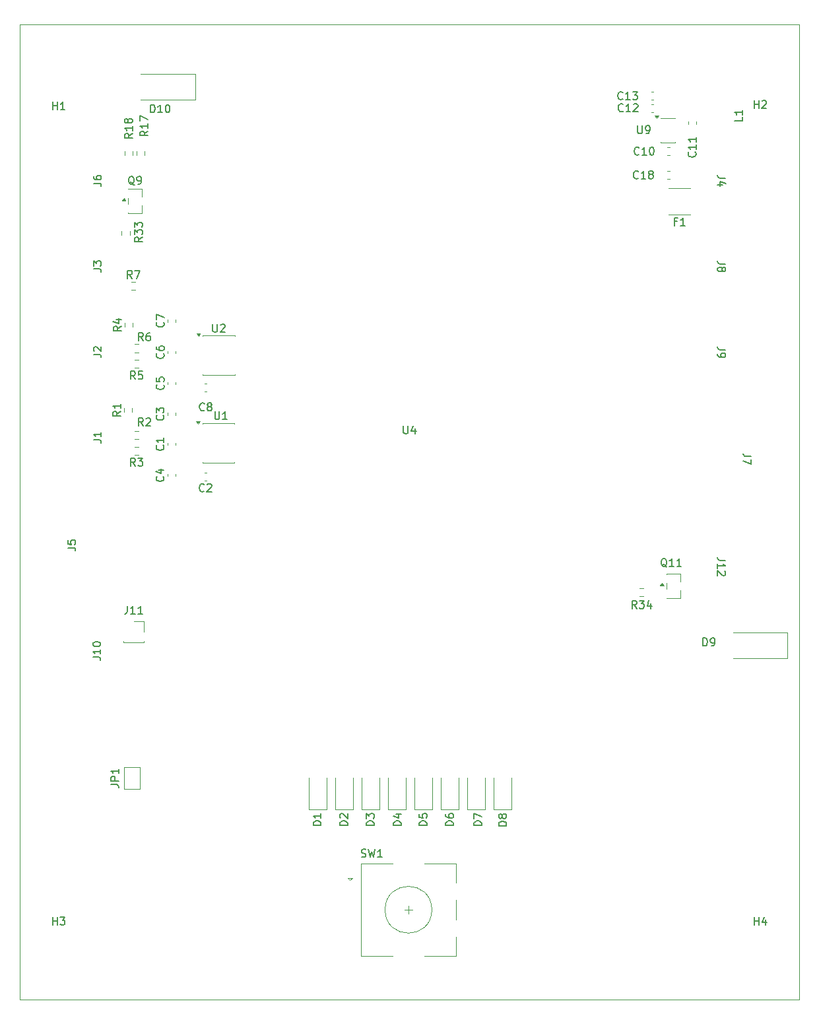
<source format=gbr>
%TF.GenerationSoftware,KiCad,Pcbnew,9.0.5*%
%TF.CreationDate,2025-11-13T17:06:43-05:00*%
%TF.ProjectId,Solder-Oven-PCB-V1,536f6c64-6572-42d4-9f76-656e2d504342,rev?*%
%TF.SameCoordinates,Original*%
%TF.FileFunction,Legend,Top*%
%TF.FilePolarity,Positive*%
%FSLAX46Y46*%
G04 Gerber Fmt 4.6, Leading zero omitted, Abs format (unit mm)*
G04 Created by KiCad (PCBNEW 9.0.5) date 2025-11-13 17:06:43*
%MOMM*%
%LPD*%
G01*
G04 APERTURE LIST*
%ADD10C,0.160000*%
%ADD11C,0.120000*%
%TA.AperFunction,Profile*%
%ADD12C,0.050000*%
%TD*%
G04 APERTURE END LIST*
D10*
X118429060Y-96166666D02*
X118476680Y-96214285D01*
X118476680Y-96214285D02*
X118524299Y-96357142D01*
X118524299Y-96357142D02*
X118524299Y-96452380D01*
X118524299Y-96452380D02*
X118476680Y-96595237D01*
X118476680Y-96595237D02*
X118381441Y-96690475D01*
X118381441Y-96690475D02*
X118286203Y-96738094D01*
X118286203Y-96738094D02*
X118095727Y-96785713D01*
X118095727Y-96785713D02*
X117952870Y-96785713D01*
X117952870Y-96785713D02*
X117762394Y-96738094D01*
X117762394Y-96738094D02*
X117667156Y-96690475D01*
X117667156Y-96690475D02*
X117571918Y-96595237D01*
X117571918Y-96595237D02*
X117524299Y-96452380D01*
X117524299Y-96452380D02*
X117524299Y-96357142D01*
X117524299Y-96357142D02*
X117571918Y-96214285D01*
X117571918Y-96214285D02*
X117619537Y-96166666D01*
X117524299Y-95261904D02*
X117524299Y-95738094D01*
X117524299Y-95738094D02*
X118000489Y-95785713D01*
X118000489Y-95785713D02*
X117952870Y-95738094D01*
X117952870Y-95738094D02*
X117905251Y-95642856D01*
X117905251Y-95642856D02*
X117905251Y-95404761D01*
X117905251Y-95404761D02*
X117952870Y-95309523D01*
X117952870Y-95309523D02*
X118000489Y-95261904D01*
X118000489Y-95261904D02*
X118095727Y-95214285D01*
X118095727Y-95214285D02*
X118333822Y-95214285D01*
X118333822Y-95214285D02*
X118429060Y-95261904D01*
X118429060Y-95261904D02*
X118476680Y-95309523D01*
X118476680Y-95309523D02*
X118524299Y-95404761D01*
X118524299Y-95404761D02*
X118524299Y-95642856D01*
X118524299Y-95642856D02*
X118476680Y-95738094D01*
X118476680Y-95738094D02*
X118429060Y-95785713D01*
X114454299Y-63942857D02*
X113978108Y-64276190D01*
X114454299Y-64514285D02*
X113454299Y-64514285D01*
X113454299Y-64514285D02*
X113454299Y-64133333D01*
X113454299Y-64133333D02*
X113501918Y-64038095D01*
X113501918Y-64038095D02*
X113549537Y-63990476D01*
X113549537Y-63990476D02*
X113644775Y-63942857D01*
X113644775Y-63942857D02*
X113787632Y-63942857D01*
X113787632Y-63942857D02*
X113882870Y-63990476D01*
X113882870Y-63990476D02*
X113930489Y-64038095D01*
X113930489Y-64038095D02*
X113978108Y-64133333D01*
X113978108Y-64133333D02*
X113978108Y-64514285D01*
X114454299Y-62990476D02*
X114454299Y-63561904D01*
X114454299Y-63276190D02*
X113454299Y-63276190D01*
X113454299Y-63276190D02*
X113597156Y-63371428D01*
X113597156Y-63371428D02*
X113692394Y-63466666D01*
X113692394Y-63466666D02*
X113740013Y-63561904D01*
X113882870Y-62419047D02*
X113835251Y-62514285D01*
X113835251Y-62514285D02*
X113787632Y-62561904D01*
X113787632Y-62561904D02*
X113692394Y-62609523D01*
X113692394Y-62609523D02*
X113644775Y-62609523D01*
X113644775Y-62609523D02*
X113549537Y-62561904D01*
X113549537Y-62561904D02*
X113501918Y-62514285D01*
X113501918Y-62514285D02*
X113454299Y-62419047D01*
X113454299Y-62419047D02*
X113454299Y-62228571D01*
X113454299Y-62228571D02*
X113501918Y-62133333D01*
X113501918Y-62133333D02*
X113549537Y-62085714D01*
X113549537Y-62085714D02*
X113644775Y-62038095D01*
X113644775Y-62038095D02*
X113692394Y-62038095D01*
X113692394Y-62038095D02*
X113787632Y-62085714D01*
X113787632Y-62085714D02*
X113835251Y-62133333D01*
X113835251Y-62133333D02*
X113882870Y-62228571D01*
X113882870Y-62228571D02*
X113882870Y-62419047D01*
X113882870Y-62419047D02*
X113930489Y-62514285D01*
X113930489Y-62514285D02*
X113978108Y-62561904D01*
X113978108Y-62561904D02*
X114073346Y-62609523D01*
X114073346Y-62609523D02*
X114263822Y-62609523D01*
X114263822Y-62609523D02*
X114359060Y-62561904D01*
X114359060Y-62561904D02*
X114406680Y-62514285D01*
X114406680Y-62514285D02*
X114454299Y-62419047D01*
X114454299Y-62419047D02*
X114454299Y-62228571D01*
X114454299Y-62228571D02*
X114406680Y-62133333D01*
X114406680Y-62133333D02*
X114359060Y-62085714D01*
X114359060Y-62085714D02*
X114263822Y-62038095D01*
X114263822Y-62038095D02*
X114073346Y-62038095D01*
X114073346Y-62038095D02*
X113978108Y-62085714D01*
X113978108Y-62085714D02*
X113930489Y-62133333D01*
X113930489Y-62133333D02*
X113882870Y-62228571D01*
X123695833Y-99424060D02*
X123648214Y-99471680D01*
X123648214Y-99471680D02*
X123505357Y-99519299D01*
X123505357Y-99519299D02*
X123410119Y-99519299D01*
X123410119Y-99519299D02*
X123267262Y-99471680D01*
X123267262Y-99471680D02*
X123172024Y-99376441D01*
X123172024Y-99376441D02*
X123124405Y-99281203D01*
X123124405Y-99281203D02*
X123076786Y-99090727D01*
X123076786Y-99090727D02*
X123076786Y-98947870D01*
X123076786Y-98947870D02*
X123124405Y-98757394D01*
X123124405Y-98757394D02*
X123172024Y-98662156D01*
X123172024Y-98662156D02*
X123267262Y-98566918D01*
X123267262Y-98566918D02*
X123410119Y-98519299D01*
X123410119Y-98519299D02*
X123505357Y-98519299D01*
X123505357Y-98519299D02*
X123648214Y-98566918D01*
X123648214Y-98566918D02*
X123695833Y-98614537D01*
X124267262Y-98947870D02*
X124172024Y-98900251D01*
X124172024Y-98900251D02*
X124124405Y-98852632D01*
X124124405Y-98852632D02*
X124076786Y-98757394D01*
X124076786Y-98757394D02*
X124076786Y-98709775D01*
X124076786Y-98709775D02*
X124124405Y-98614537D01*
X124124405Y-98614537D02*
X124172024Y-98566918D01*
X124172024Y-98566918D02*
X124267262Y-98519299D01*
X124267262Y-98519299D02*
X124457738Y-98519299D01*
X124457738Y-98519299D02*
X124552976Y-98566918D01*
X124552976Y-98566918D02*
X124600595Y-98614537D01*
X124600595Y-98614537D02*
X124648214Y-98709775D01*
X124648214Y-98709775D02*
X124648214Y-98757394D01*
X124648214Y-98757394D02*
X124600595Y-98852632D01*
X124600595Y-98852632D02*
X124552976Y-98900251D01*
X124552976Y-98900251D02*
X124457738Y-98947870D01*
X124457738Y-98947870D02*
X124267262Y-98947870D01*
X124267262Y-98947870D02*
X124172024Y-98995489D01*
X124172024Y-98995489D02*
X124124405Y-99043108D01*
X124124405Y-99043108D02*
X124076786Y-99138346D01*
X124076786Y-99138346D02*
X124076786Y-99328822D01*
X124076786Y-99328822D02*
X124124405Y-99424060D01*
X124124405Y-99424060D02*
X124172024Y-99471680D01*
X124172024Y-99471680D02*
X124267262Y-99519299D01*
X124267262Y-99519299D02*
X124457738Y-99519299D01*
X124457738Y-99519299D02*
X124552976Y-99471680D01*
X124552976Y-99471680D02*
X124600595Y-99424060D01*
X124600595Y-99424060D02*
X124648214Y-99328822D01*
X124648214Y-99328822D02*
X124648214Y-99138346D01*
X124648214Y-99138346D02*
X124600595Y-99043108D01*
X124600595Y-99043108D02*
X124552976Y-98995489D01*
X124552976Y-98995489D02*
X124457738Y-98947870D01*
X155654299Y-152688094D02*
X154654299Y-152688094D01*
X154654299Y-152688094D02*
X154654299Y-152449999D01*
X154654299Y-152449999D02*
X154701918Y-152307142D01*
X154701918Y-152307142D02*
X154797156Y-152211904D01*
X154797156Y-152211904D02*
X154892394Y-152164285D01*
X154892394Y-152164285D02*
X155082870Y-152116666D01*
X155082870Y-152116666D02*
X155225727Y-152116666D01*
X155225727Y-152116666D02*
X155416203Y-152164285D01*
X155416203Y-152164285D02*
X155511441Y-152211904D01*
X155511441Y-152211904D02*
X155606680Y-152307142D01*
X155606680Y-152307142D02*
X155654299Y-152449999D01*
X155654299Y-152449999D02*
X155654299Y-152688094D01*
X154654299Y-151259523D02*
X154654299Y-151449999D01*
X154654299Y-151449999D02*
X154701918Y-151545237D01*
X154701918Y-151545237D02*
X154749537Y-151592856D01*
X154749537Y-151592856D02*
X154892394Y-151688094D01*
X154892394Y-151688094D02*
X155082870Y-151735713D01*
X155082870Y-151735713D02*
X155463822Y-151735713D01*
X155463822Y-151735713D02*
X155559060Y-151688094D01*
X155559060Y-151688094D02*
X155606680Y-151640475D01*
X155606680Y-151640475D02*
X155654299Y-151545237D01*
X155654299Y-151545237D02*
X155654299Y-151354761D01*
X155654299Y-151354761D02*
X155606680Y-151259523D01*
X155606680Y-151259523D02*
X155559060Y-151211904D01*
X155559060Y-151211904D02*
X155463822Y-151164285D01*
X155463822Y-151164285D02*
X155225727Y-151164285D01*
X155225727Y-151164285D02*
X155130489Y-151211904D01*
X155130489Y-151211904D02*
X155082870Y-151259523D01*
X155082870Y-151259523D02*
X155035251Y-151354761D01*
X155035251Y-151354761D02*
X155035251Y-151545237D01*
X155035251Y-151545237D02*
X155082870Y-151640475D01*
X155082870Y-151640475D02*
X155130489Y-151688094D01*
X155130489Y-151688094D02*
X155225727Y-151735713D01*
X149238095Y-101454299D02*
X149238095Y-102263822D01*
X149238095Y-102263822D02*
X149285714Y-102359060D01*
X149285714Y-102359060D02*
X149333333Y-102406680D01*
X149333333Y-102406680D02*
X149428571Y-102454299D01*
X149428571Y-102454299D02*
X149619047Y-102454299D01*
X149619047Y-102454299D02*
X149714285Y-102406680D01*
X149714285Y-102406680D02*
X149761904Y-102359060D01*
X149761904Y-102359060D02*
X149809523Y-102263822D01*
X149809523Y-102263822D02*
X149809523Y-101454299D01*
X150714285Y-101787632D02*
X150714285Y-102454299D01*
X150476190Y-101406680D02*
X150238095Y-102120965D01*
X150238095Y-102120965D02*
X150857142Y-102120965D01*
X104238095Y-165454299D02*
X104238095Y-164454299D01*
X104238095Y-164930489D02*
X104809523Y-164930489D01*
X104809523Y-165454299D02*
X104809523Y-164454299D01*
X105190476Y-164454299D02*
X105809523Y-164454299D01*
X105809523Y-164454299D02*
X105476190Y-164835251D01*
X105476190Y-164835251D02*
X105619047Y-164835251D01*
X105619047Y-164835251D02*
X105714285Y-164882870D01*
X105714285Y-164882870D02*
X105761904Y-164930489D01*
X105761904Y-164930489D02*
X105809523Y-165025727D01*
X105809523Y-165025727D02*
X105809523Y-165263822D01*
X105809523Y-165263822D02*
X105761904Y-165359060D01*
X105761904Y-165359060D02*
X105714285Y-165406680D01*
X105714285Y-165406680D02*
X105619047Y-165454299D01*
X105619047Y-165454299D02*
X105333333Y-165454299D01*
X105333333Y-165454299D02*
X105238095Y-165406680D01*
X105238095Y-165406680D02*
X105190476Y-165359060D01*
X183028571Y-119549537D02*
X182933333Y-119501918D01*
X182933333Y-119501918D02*
X182838095Y-119406680D01*
X182838095Y-119406680D02*
X182695238Y-119263822D01*
X182695238Y-119263822D02*
X182600000Y-119216203D01*
X182600000Y-119216203D02*
X182504762Y-119216203D01*
X182552381Y-119454299D02*
X182457143Y-119406680D01*
X182457143Y-119406680D02*
X182361905Y-119311441D01*
X182361905Y-119311441D02*
X182314286Y-119120965D01*
X182314286Y-119120965D02*
X182314286Y-118787632D01*
X182314286Y-118787632D02*
X182361905Y-118597156D01*
X182361905Y-118597156D02*
X182457143Y-118501918D01*
X182457143Y-118501918D02*
X182552381Y-118454299D01*
X182552381Y-118454299D02*
X182742857Y-118454299D01*
X182742857Y-118454299D02*
X182838095Y-118501918D01*
X182838095Y-118501918D02*
X182933333Y-118597156D01*
X182933333Y-118597156D02*
X182980952Y-118787632D01*
X182980952Y-118787632D02*
X182980952Y-119120965D01*
X182980952Y-119120965D02*
X182933333Y-119311441D01*
X182933333Y-119311441D02*
X182838095Y-119406680D01*
X182838095Y-119406680D02*
X182742857Y-119454299D01*
X182742857Y-119454299D02*
X182552381Y-119454299D01*
X183933333Y-119454299D02*
X183361905Y-119454299D01*
X183647619Y-119454299D02*
X183647619Y-118454299D01*
X183647619Y-118454299D02*
X183552381Y-118597156D01*
X183552381Y-118597156D02*
X183457143Y-118692394D01*
X183457143Y-118692394D02*
X183361905Y-118740013D01*
X184885714Y-119454299D02*
X184314286Y-119454299D01*
X184600000Y-119454299D02*
X184600000Y-118454299D01*
X184600000Y-118454299D02*
X184504762Y-118597156D01*
X184504762Y-118597156D02*
X184409524Y-118692394D01*
X184409524Y-118692394D02*
X184314286Y-118740013D01*
X162454299Y-152738094D02*
X161454299Y-152738094D01*
X161454299Y-152738094D02*
X161454299Y-152499999D01*
X161454299Y-152499999D02*
X161501918Y-152357142D01*
X161501918Y-152357142D02*
X161597156Y-152261904D01*
X161597156Y-152261904D02*
X161692394Y-152214285D01*
X161692394Y-152214285D02*
X161882870Y-152166666D01*
X161882870Y-152166666D02*
X162025727Y-152166666D01*
X162025727Y-152166666D02*
X162216203Y-152214285D01*
X162216203Y-152214285D02*
X162311441Y-152261904D01*
X162311441Y-152261904D02*
X162406680Y-152357142D01*
X162406680Y-152357142D02*
X162454299Y-152499999D01*
X162454299Y-152499999D02*
X162454299Y-152738094D01*
X161882870Y-151595237D02*
X161835251Y-151690475D01*
X161835251Y-151690475D02*
X161787632Y-151738094D01*
X161787632Y-151738094D02*
X161692394Y-151785713D01*
X161692394Y-151785713D02*
X161644775Y-151785713D01*
X161644775Y-151785713D02*
X161549537Y-151738094D01*
X161549537Y-151738094D02*
X161501918Y-151690475D01*
X161501918Y-151690475D02*
X161454299Y-151595237D01*
X161454299Y-151595237D02*
X161454299Y-151404761D01*
X161454299Y-151404761D02*
X161501918Y-151309523D01*
X161501918Y-151309523D02*
X161549537Y-151261904D01*
X161549537Y-151261904D02*
X161644775Y-151214285D01*
X161644775Y-151214285D02*
X161692394Y-151214285D01*
X161692394Y-151214285D02*
X161787632Y-151261904D01*
X161787632Y-151261904D02*
X161835251Y-151309523D01*
X161835251Y-151309523D02*
X161882870Y-151404761D01*
X161882870Y-151404761D02*
X161882870Y-151595237D01*
X161882870Y-151595237D02*
X161930489Y-151690475D01*
X161930489Y-151690475D02*
X161978108Y-151738094D01*
X161978108Y-151738094D02*
X162073346Y-151785713D01*
X162073346Y-151785713D02*
X162263822Y-151785713D01*
X162263822Y-151785713D02*
X162359060Y-151738094D01*
X162359060Y-151738094D02*
X162406680Y-151690475D01*
X162406680Y-151690475D02*
X162454299Y-151595237D01*
X162454299Y-151595237D02*
X162454299Y-151404761D01*
X162454299Y-151404761D02*
X162406680Y-151309523D01*
X162406680Y-151309523D02*
X162359060Y-151261904D01*
X162359060Y-151261904D02*
X162263822Y-151214285D01*
X162263822Y-151214285D02*
X162073346Y-151214285D01*
X162073346Y-151214285D02*
X161978108Y-151261904D01*
X161978108Y-151261904D02*
X161930489Y-151309523D01*
X161930489Y-151309523D02*
X161882870Y-151404761D01*
X109454299Y-92293333D02*
X110168584Y-92293333D01*
X110168584Y-92293333D02*
X110311441Y-92340952D01*
X110311441Y-92340952D02*
X110406680Y-92436190D01*
X110406680Y-92436190D02*
X110454299Y-92579047D01*
X110454299Y-92579047D02*
X110454299Y-92674285D01*
X109549537Y-91864761D02*
X109501918Y-91817142D01*
X109501918Y-91817142D02*
X109454299Y-91721904D01*
X109454299Y-91721904D02*
X109454299Y-91483809D01*
X109454299Y-91483809D02*
X109501918Y-91388571D01*
X109501918Y-91388571D02*
X109549537Y-91340952D01*
X109549537Y-91340952D02*
X109644775Y-91293333D01*
X109644775Y-91293333D02*
X109740013Y-91293333D01*
X109740013Y-91293333D02*
X109882870Y-91340952D01*
X109882870Y-91340952D02*
X110454299Y-91912380D01*
X110454299Y-91912380D02*
X110454299Y-91293333D01*
X159254299Y-152688094D02*
X158254299Y-152688094D01*
X158254299Y-152688094D02*
X158254299Y-152449999D01*
X158254299Y-152449999D02*
X158301918Y-152307142D01*
X158301918Y-152307142D02*
X158397156Y-152211904D01*
X158397156Y-152211904D02*
X158492394Y-152164285D01*
X158492394Y-152164285D02*
X158682870Y-152116666D01*
X158682870Y-152116666D02*
X158825727Y-152116666D01*
X158825727Y-152116666D02*
X159016203Y-152164285D01*
X159016203Y-152164285D02*
X159111441Y-152211904D01*
X159111441Y-152211904D02*
X159206680Y-152307142D01*
X159206680Y-152307142D02*
X159254299Y-152449999D01*
X159254299Y-152449999D02*
X159254299Y-152688094D01*
X158254299Y-151783332D02*
X158254299Y-151116666D01*
X158254299Y-151116666D02*
X159254299Y-151545237D01*
X104238095Y-60904299D02*
X104238095Y-59904299D01*
X104238095Y-60380489D02*
X104809523Y-60380489D01*
X104809523Y-60904299D02*
X104809523Y-59904299D01*
X105809523Y-60904299D02*
X105238095Y-60904299D01*
X105523809Y-60904299D02*
X105523809Y-59904299D01*
X105523809Y-59904299D02*
X105428571Y-60047156D01*
X105428571Y-60047156D02*
X105333333Y-60142394D01*
X105333333Y-60142394D02*
X105238095Y-60190013D01*
X118404060Y-107936666D02*
X118451680Y-107984285D01*
X118451680Y-107984285D02*
X118499299Y-108127142D01*
X118499299Y-108127142D02*
X118499299Y-108222380D01*
X118499299Y-108222380D02*
X118451680Y-108365237D01*
X118451680Y-108365237D02*
X118356441Y-108460475D01*
X118356441Y-108460475D02*
X118261203Y-108508094D01*
X118261203Y-108508094D02*
X118070727Y-108555713D01*
X118070727Y-108555713D02*
X117927870Y-108555713D01*
X117927870Y-108555713D02*
X117737394Y-108508094D01*
X117737394Y-108508094D02*
X117642156Y-108460475D01*
X117642156Y-108460475D02*
X117546918Y-108365237D01*
X117546918Y-108365237D02*
X117499299Y-108222380D01*
X117499299Y-108222380D02*
X117499299Y-108127142D01*
X117499299Y-108127142D02*
X117546918Y-107984285D01*
X117546918Y-107984285D02*
X117594537Y-107936666D01*
X117832632Y-107079523D02*
X118499299Y-107079523D01*
X117451680Y-107317618D02*
X118165965Y-107555713D01*
X118165965Y-107555713D02*
X118165965Y-106936666D01*
X184324666Y-75224489D02*
X183991333Y-75224489D01*
X183991333Y-75748299D02*
X183991333Y-74748299D01*
X183991333Y-74748299D02*
X184467523Y-74748299D01*
X185372285Y-75748299D02*
X184800857Y-75748299D01*
X185086571Y-75748299D02*
X185086571Y-74748299D01*
X185086571Y-74748299D02*
X184991333Y-74891156D01*
X184991333Y-74891156D02*
X184896095Y-74986394D01*
X184896095Y-74986394D02*
X184800857Y-75034013D01*
X190545700Y-69666666D02*
X189831415Y-69666666D01*
X189831415Y-69666666D02*
X189688558Y-69619047D01*
X189688558Y-69619047D02*
X189593320Y-69523809D01*
X189593320Y-69523809D02*
X189545700Y-69380952D01*
X189545700Y-69380952D02*
X189545700Y-69285714D01*
X190212367Y-70571428D02*
X189545700Y-70571428D01*
X190593320Y-70333333D02*
X189879034Y-70095238D01*
X189879034Y-70095238D02*
X189879034Y-70714285D01*
X118404060Y-100074166D02*
X118451680Y-100121785D01*
X118451680Y-100121785D02*
X118499299Y-100264642D01*
X118499299Y-100264642D02*
X118499299Y-100359880D01*
X118499299Y-100359880D02*
X118451680Y-100502737D01*
X118451680Y-100502737D02*
X118356441Y-100597975D01*
X118356441Y-100597975D02*
X118261203Y-100645594D01*
X118261203Y-100645594D02*
X118070727Y-100693213D01*
X118070727Y-100693213D02*
X117927870Y-100693213D01*
X117927870Y-100693213D02*
X117737394Y-100645594D01*
X117737394Y-100645594D02*
X117642156Y-100597975D01*
X117642156Y-100597975D02*
X117546918Y-100502737D01*
X117546918Y-100502737D02*
X117499299Y-100359880D01*
X117499299Y-100359880D02*
X117499299Y-100264642D01*
X117499299Y-100264642D02*
X117546918Y-100121785D01*
X117546918Y-100121785D02*
X117594537Y-100074166D01*
X117499299Y-99740832D02*
X117499299Y-99121785D01*
X117499299Y-99121785D02*
X117880251Y-99455118D01*
X117880251Y-99455118D02*
X117880251Y-99312261D01*
X117880251Y-99312261D02*
X117927870Y-99217023D01*
X117927870Y-99217023D02*
X117975489Y-99169404D01*
X117975489Y-99169404D02*
X118070727Y-99121785D01*
X118070727Y-99121785D02*
X118308822Y-99121785D01*
X118308822Y-99121785D02*
X118404060Y-99169404D01*
X118404060Y-99169404D02*
X118451680Y-99217023D01*
X118451680Y-99217023D02*
X118499299Y-99312261D01*
X118499299Y-99312261D02*
X118499299Y-99597975D01*
X118499299Y-99597975D02*
X118451680Y-99693213D01*
X118451680Y-99693213D02*
X118404060Y-99740832D01*
X125038095Y-99604299D02*
X125038095Y-100413822D01*
X125038095Y-100413822D02*
X125085714Y-100509060D01*
X125085714Y-100509060D02*
X125133333Y-100556680D01*
X125133333Y-100556680D02*
X125228571Y-100604299D01*
X125228571Y-100604299D02*
X125419047Y-100604299D01*
X125419047Y-100604299D02*
X125514285Y-100556680D01*
X125514285Y-100556680D02*
X125561904Y-100509060D01*
X125561904Y-100509060D02*
X125609523Y-100413822D01*
X125609523Y-100413822D02*
X125609523Y-99604299D01*
X126609523Y-100604299D02*
X126038095Y-100604299D01*
X126323809Y-100604299D02*
X126323809Y-99604299D01*
X126323809Y-99604299D02*
X126228571Y-99747156D01*
X126228571Y-99747156D02*
X126133333Y-99842394D01*
X126133333Y-99842394D02*
X126038095Y-99890013D01*
X194238095Y-165454299D02*
X194238095Y-164454299D01*
X194238095Y-164930489D02*
X194809523Y-164930489D01*
X194809523Y-165454299D02*
X194809523Y-164454299D01*
X195714285Y-164787632D02*
X195714285Y-165454299D01*
X195476190Y-164406680D02*
X195238095Y-165120965D01*
X195238095Y-165120965D02*
X195857142Y-165120965D01*
X118404060Y-103936666D02*
X118451680Y-103984285D01*
X118451680Y-103984285D02*
X118499299Y-104127142D01*
X118499299Y-104127142D02*
X118499299Y-104222380D01*
X118499299Y-104222380D02*
X118451680Y-104365237D01*
X118451680Y-104365237D02*
X118356441Y-104460475D01*
X118356441Y-104460475D02*
X118261203Y-104508094D01*
X118261203Y-104508094D02*
X118070727Y-104555713D01*
X118070727Y-104555713D02*
X117927870Y-104555713D01*
X117927870Y-104555713D02*
X117737394Y-104508094D01*
X117737394Y-104508094D02*
X117642156Y-104460475D01*
X117642156Y-104460475D02*
X117546918Y-104365237D01*
X117546918Y-104365237D02*
X117499299Y-104222380D01*
X117499299Y-104222380D02*
X117499299Y-104127142D01*
X117499299Y-104127142D02*
X117546918Y-103984285D01*
X117546918Y-103984285D02*
X117594537Y-103936666D01*
X118499299Y-102984285D02*
X118499299Y-103555713D01*
X118499299Y-103269999D02*
X117499299Y-103269999D01*
X117499299Y-103269999D02*
X117642156Y-103365237D01*
X117642156Y-103365237D02*
X117737394Y-103460475D01*
X117737394Y-103460475D02*
X117785013Y-103555713D01*
X112936799Y-99579166D02*
X112460608Y-99912499D01*
X112936799Y-100150594D02*
X111936799Y-100150594D01*
X111936799Y-100150594D02*
X111936799Y-99769642D01*
X111936799Y-99769642D02*
X111984418Y-99674404D01*
X111984418Y-99674404D02*
X112032037Y-99626785D01*
X112032037Y-99626785D02*
X112127275Y-99579166D01*
X112127275Y-99579166D02*
X112270132Y-99579166D01*
X112270132Y-99579166D02*
X112365370Y-99626785D01*
X112365370Y-99626785D02*
X112412989Y-99674404D01*
X112412989Y-99674404D02*
X112460608Y-99769642D01*
X112460608Y-99769642D02*
X112460608Y-100150594D01*
X112936799Y-98626785D02*
X112936799Y-99198213D01*
X112936799Y-98912499D02*
X111936799Y-98912499D01*
X111936799Y-98912499D02*
X112079656Y-99007737D01*
X112079656Y-99007737D02*
X112174894Y-99102975D01*
X112174894Y-99102975D02*
X112222513Y-99198213D01*
X177407142Y-61059060D02*
X177359523Y-61106680D01*
X177359523Y-61106680D02*
X177216666Y-61154299D01*
X177216666Y-61154299D02*
X177121428Y-61154299D01*
X177121428Y-61154299D02*
X176978571Y-61106680D01*
X176978571Y-61106680D02*
X176883333Y-61011441D01*
X176883333Y-61011441D02*
X176835714Y-60916203D01*
X176835714Y-60916203D02*
X176788095Y-60725727D01*
X176788095Y-60725727D02*
X176788095Y-60582870D01*
X176788095Y-60582870D02*
X176835714Y-60392394D01*
X176835714Y-60392394D02*
X176883333Y-60297156D01*
X176883333Y-60297156D02*
X176978571Y-60201918D01*
X176978571Y-60201918D02*
X177121428Y-60154299D01*
X177121428Y-60154299D02*
X177216666Y-60154299D01*
X177216666Y-60154299D02*
X177359523Y-60201918D01*
X177359523Y-60201918D02*
X177407142Y-60249537D01*
X178359523Y-61154299D02*
X177788095Y-61154299D01*
X178073809Y-61154299D02*
X178073809Y-60154299D01*
X178073809Y-60154299D02*
X177978571Y-60297156D01*
X177978571Y-60297156D02*
X177883333Y-60392394D01*
X177883333Y-60392394D02*
X177788095Y-60440013D01*
X178740476Y-60249537D02*
X178788095Y-60201918D01*
X178788095Y-60201918D02*
X178883333Y-60154299D01*
X178883333Y-60154299D02*
X179121428Y-60154299D01*
X179121428Y-60154299D02*
X179216666Y-60201918D01*
X179216666Y-60201918D02*
X179264285Y-60249537D01*
X179264285Y-60249537D02*
X179311904Y-60344775D01*
X179311904Y-60344775D02*
X179311904Y-60440013D01*
X179311904Y-60440013D02*
X179264285Y-60582870D01*
X179264285Y-60582870D02*
X178692857Y-61154299D01*
X178692857Y-61154299D02*
X179311904Y-61154299D01*
X115833333Y-90524299D02*
X115500000Y-90048108D01*
X115261905Y-90524299D02*
X115261905Y-89524299D01*
X115261905Y-89524299D02*
X115642857Y-89524299D01*
X115642857Y-89524299D02*
X115738095Y-89571918D01*
X115738095Y-89571918D02*
X115785714Y-89619537D01*
X115785714Y-89619537D02*
X115833333Y-89714775D01*
X115833333Y-89714775D02*
X115833333Y-89857632D01*
X115833333Y-89857632D02*
X115785714Y-89952870D01*
X115785714Y-89952870D02*
X115738095Y-90000489D01*
X115738095Y-90000489D02*
X115642857Y-90048108D01*
X115642857Y-90048108D02*
X115261905Y-90048108D01*
X116690476Y-89524299D02*
X116500000Y-89524299D01*
X116500000Y-89524299D02*
X116404762Y-89571918D01*
X116404762Y-89571918D02*
X116357143Y-89619537D01*
X116357143Y-89619537D02*
X116261905Y-89762394D01*
X116261905Y-89762394D02*
X116214286Y-89952870D01*
X116214286Y-89952870D02*
X116214286Y-90333822D01*
X116214286Y-90333822D02*
X116261905Y-90429060D01*
X116261905Y-90429060D02*
X116309524Y-90476680D01*
X116309524Y-90476680D02*
X116404762Y-90524299D01*
X116404762Y-90524299D02*
X116595238Y-90524299D01*
X116595238Y-90524299D02*
X116690476Y-90476680D01*
X116690476Y-90476680D02*
X116738095Y-90429060D01*
X116738095Y-90429060D02*
X116785714Y-90333822D01*
X116785714Y-90333822D02*
X116785714Y-90095727D01*
X116785714Y-90095727D02*
X116738095Y-90000489D01*
X116738095Y-90000489D02*
X116690476Y-89952870D01*
X116690476Y-89952870D02*
X116595238Y-89905251D01*
X116595238Y-89905251D02*
X116404762Y-89905251D01*
X116404762Y-89905251D02*
X116309524Y-89952870D01*
X116309524Y-89952870D02*
X116261905Y-90000489D01*
X116261905Y-90000489D02*
X116214286Y-90095727D01*
X143841667Y-156706680D02*
X143984524Y-156754299D01*
X143984524Y-156754299D02*
X144222619Y-156754299D01*
X144222619Y-156754299D02*
X144317857Y-156706680D01*
X144317857Y-156706680D02*
X144365476Y-156659060D01*
X144365476Y-156659060D02*
X144413095Y-156563822D01*
X144413095Y-156563822D02*
X144413095Y-156468584D01*
X144413095Y-156468584D02*
X144365476Y-156373346D01*
X144365476Y-156373346D02*
X144317857Y-156325727D01*
X144317857Y-156325727D02*
X144222619Y-156278108D01*
X144222619Y-156278108D02*
X144032143Y-156230489D01*
X144032143Y-156230489D02*
X143936905Y-156182870D01*
X143936905Y-156182870D02*
X143889286Y-156135251D01*
X143889286Y-156135251D02*
X143841667Y-156040013D01*
X143841667Y-156040013D02*
X143841667Y-155944775D01*
X143841667Y-155944775D02*
X143889286Y-155849537D01*
X143889286Y-155849537D02*
X143936905Y-155801918D01*
X143936905Y-155801918D02*
X144032143Y-155754299D01*
X144032143Y-155754299D02*
X144270238Y-155754299D01*
X144270238Y-155754299D02*
X144413095Y-155801918D01*
X144746429Y-155754299D02*
X144984524Y-156754299D01*
X144984524Y-156754299D02*
X145175000Y-156040013D01*
X145175000Y-156040013D02*
X145365476Y-156754299D01*
X145365476Y-156754299D02*
X145603572Y-155754299D01*
X146508333Y-156754299D02*
X145936905Y-156754299D01*
X146222619Y-156754299D02*
X146222619Y-155754299D01*
X146222619Y-155754299D02*
X146127381Y-155897156D01*
X146127381Y-155897156D02*
X146032143Y-155992394D01*
X146032143Y-155992394D02*
X145936905Y-156040013D01*
X193845700Y-105346666D02*
X193131415Y-105346666D01*
X193131415Y-105346666D02*
X192988558Y-105299047D01*
X192988558Y-105299047D02*
X192893320Y-105203809D01*
X192893320Y-105203809D02*
X192845700Y-105060952D01*
X192845700Y-105060952D02*
X192845700Y-104965714D01*
X193845700Y-105727619D02*
X193845700Y-106394285D01*
X193845700Y-106394285D02*
X192845700Y-105965714D01*
X114833333Y-106589299D02*
X114500000Y-106113108D01*
X114261905Y-106589299D02*
X114261905Y-105589299D01*
X114261905Y-105589299D02*
X114642857Y-105589299D01*
X114642857Y-105589299D02*
X114738095Y-105636918D01*
X114738095Y-105636918D02*
X114785714Y-105684537D01*
X114785714Y-105684537D02*
X114833333Y-105779775D01*
X114833333Y-105779775D02*
X114833333Y-105922632D01*
X114833333Y-105922632D02*
X114785714Y-106017870D01*
X114785714Y-106017870D02*
X114738095Y-106065489D01*
X114738095Y-106065489D02*
X114642857Y-106113108D01*
X114642857Y-106113108D02*
X114261905Y-106113108D01*
X115166667Y-105589299D02*
X115785714Y-105589299D01*
X115785714Y-105589299D02*
X115452381Y-105970251D01*
X115452381Y-105970251D02*
X115595238Y-105970251D01*
X115595238Y-105970251D02*
X115690476Y-106017870D01*
X115690476Y-106017870D02*
X115738095Y-106065489D01*
X115738095Y-106065489D02*
X115785714Y-106160727D01*
X115785714Y-106160727D02*
X115785714Y-106398822D01*
X115785714Y-106398822D02*
X115738095Y-106494060D01*
X115738095Y-106494060D02*
X115690476Y-106541680D01*
X115690476Y-106541680D02*
X115595238Y-106589299D01*
X115595238Y-106589299D02*
X115309524Y-106589299D01*
X115309524Y-106589299D02*
X115214286Y-106541680D01*
X115214286Y-106541680D02*
X115166667Y-106494060D01*
X118429060Y-92166666D02*
X118476680Y-92214285D01*
X118476680Y-92214285D02*
X118524299Y-92357142D01*
X118524299Y-92357142D02*
X118524299Y-92452380D01*
X118524299Y-92452380D02*
X118476680Y-92595237D01*
X118476680Y-92595237D02*
X118381441Y-92690475D01*
X118381441Y-92690475D02*
X118286203Y-92738094D01*
X118286203Y-92738094D02*
X118095727Y-92785713D01*
X118095727Y-92785713D02*
X117952870Y-92785713D01*
X117952870Y-92785713D02*
X117762394Y-92738094D01*
X117762394Y-92738094D02*
X117667156Y-92690475D01*
X117667156Y-92690475D02*
X117571918Y-92595237D01*
X117571918Y-92595237D02*
X117524299Y-92452380D01*
X117524299Y-92452380D02*
X117524299Y-92357142D01*
X117524299Y-92357142D02*
X117571918Y-92214285D01*
X117571918Y-92214285D02*
X117619537Y-92166666D01*
X117524299Y-91309523D02*
X117524299Y-91499999D01*
X117524299Y-91499999D02*
X117571918Y-91595237D01*
X117571918Y-91595237D02*
X117619537Y-91642856D01*
X117619537Y-91642856D02*
X117762394Y-91738094D01*
X117762394Y-91738094D02*
X117952870Y-91785713D01*
X117952870Y-91785713D02*
X118333822Y-91785713D01*
X118333822Y-91785713D02*
X118429060Y-91738094D01*
X118429060Y-91738094D02*
X118476680Y-91690475D01*
X118476680Y-91690475D02*
X118524299Y-91595237D01*
X118524299Y-91595237D02*
X118524299Y-91404761D01*
X118524299Y-91404761D02*
X118476680Y-91309523D01*
X118476680Y-91309523D02*
X118429060Y-91261904D01*
X118429060Y-91261904D02*
X118333822Y-91214285D01*
X118333822Y-91214285D02*
X118095727Y-91214285D01*
X118095727Y-91214285D02*
X118000489Y-91261904D01*
X118000489Y-91261904D02*
X117952870Y-91309523D01*
X117952870Y-91309523D02*
X117905251Y-91404761D01*
X117905251Y-91404761D02*
X117905251Y-91595237D01*
X117905251Y-91595237D02*
X117952870Y-91690475D01*
X117952870Y-91690475D02*
X118000489Y-91738094D01*
X118000489Y-91738094D02*
X118095727Y-91785713D01*
X116785714Y-61254299D02*
X116785714Y-60254299D01*
X116785714Y-60254299D02*
X117023809Y-60254299D01*
X117023809Y-60254299D02*
X117166666Y-60301918D01*
X117166666Y-60301918D02*
X117261904Y-60397156D01*
X117261904Y-60397156D02*
X117309523Y-60492394D01*
X117309523Y-60492394D02*
X117357142Y-60682870D01*
X117357142Y-60682870D02*
X117357142Y-60825727D01*
X117357142Y-60825727D02*
X117309523Y-61016203D01*
X117309523Y-61016203D02*
X117261904Y-61111441D01*
X117261904Y-61111441D02*
X117166666Y-61206680D01*
X117166666Y-61206680D02*
X117023809Y-61254299D01*
X117023809Y-61254299D02*
X116785714Y-61254299D01*
X118309523Y-61254299D02*
X117738095Y-61254299D01*
X118023809Y-61254299D02*
X118023809Y-60254299D01*
X118023809Y-60254299D02*
X117928571Y-60397156D01*
X117928571Y-60397156D02*
X117833333Y-60492394D01*
X117833333Y-60492394D02*
X117738095Y-60540013D01*
X118928571Y-60254299D02*
X119023809Y-60254299D01*
X119023809Y-60254299D02*
X119119047Y-60301918D01*
X119119047Y-60301918D02*
X119166666Y-60349537D01*
X119166666Y-60349537D02*
X119214285Y-60444775D01*
X119214285Y-60444775D02*
X119261904Y-60635251D01*
X119261904Y-60635251D02*
X119261904Y-60873346D01*
X119261904Y-60873346D02*
X119214285Y-61063822D01*
X119214285Y-61063822D02*
X119166666Y-61159060D01*
X119166666Y-61159060D02*
X119119047Y-61206680D01*
X119119047Y-61206680D02*
X119023809Y-61254299D01*
X119023809Y-61254299D02*
X118928571Y-61254299D01*
X118928571Y-61254299D02*
X118833333Y-61206680D01*
X118833333Y-61206680D02*
X118785714Y-61159060D01*
X118785714Y-61159060D02*
X118738095Y-61063822D01*
X118738095Y-61063822D02*
X118690476Y-60873346D01*
X118690476Y-60873346D02*
X118690476Y-60635251D01*
X118690476Y-60635251D02*
X118738095Y-60444775D01*
X118738095Y-60444775D02*
X118785714Y-60349537D01*
X118785714Y-60349537D02*
X118833333Y-60301918D01*
X118833333Y-60301918D02*
X118928571Y-60254299D01*
X186659060Y-66342857D02*
X186706680Y-66390476D01*
X186706680Y-66390476D02*
X186754299Y-66533333D01*
X186754299Y-66533333D02*
X186754299Y-66628571D01*
X186754299Y-66628571D02*
X186706680Y-66771428D01*
X186706680Y-66771428D02*
X186611441Y-66866666D01*
X186611441Y-66866666D02*
X186516203Y-66914285D01*
X186516203Y-66914285D02*
X186325727Y-66961904D01*
X186325727Y-66961904D02*
X186182870Y-66961904D01*
X186182870Y-66961904D02*
X185992394Y-66914285D01*
X185992394Y-66914285D02*
X185897156Y-66866666D01*
X185897156Y-66866666D02*
X185801918Y-66771428D01*
X185801918Y-66771428D02*
X185754299Y-66628571D01*
X185754299Y-66628571D02*
X185754299Y-66533333D01*
X185754299Y-66533333D02*
X185801918Y-66390476D01*
X185801918Y-66390476D02*
X185849537Y-66342857D01*
X186754299Y-65390476D02*
X186754299Y-65961904D01*
X186754299Y-65676190D02*
X185754299Y-65676190D01*
X185754299Y-65676190D02*
X185897156Y-65771428D01*
X185897156Y-65771428D02*
X185992394Y-65866666D01*
X185992394Y-65866666D02*
X186040013Y-65961904D01*
X186754299Y-64438095D02*
X186754299Y-65009523D01*
X186754299Y-64723809D02*
X185754299Y-64723809D01*
X185754299Y-64723809D02*
X185897156Y-64819047D01*
X185897156Y-64819047D02*
X185992394Y-64914285D01*
X185992394Y-64914285D02*
X186040013Y-65009523D01*
X114420833Y-82524299D02*
X114087500Y-82048108D01*
X113849405Y-82524299D02*
X113849405Y-81524299D01*
X113849405Y-81524299D02*
X114230357Y-81524299D01*
X114230357Y-81524299D02*
X114325595Y-81571918D01*
X114325595Y-81571918D02*
X114373214Y-81619537D01*
X114373214Y-81619537D02*
X114420833Y-81714775D01*
X114420833Y-81714775D02*
X114420833Y-81857632D01*
X114420833Y-81857632D02*
X114373214Y-81952870D01*
X114373214Y-81952870D02*
X114325595Y-82000489D01*
X114325595Y-82000489D02*
X114230357Y-82048108D01*
X114230357Y-82048108D02*
X113849405Y-82048108D01*
X114754167Y-81524299D02*
X115420833Y-81524299D01*
X115420833Y-81524299D02*
X114992262Y-82524299D01*
X113815476Y-124559299D02*
X113815476Y-125273584D01*
X113815476Y-125273584D02*
X113767857Y-125416441D01*
X113767857Y-125416441D02*
X113672619Y-125511680D01*
X113672619Y-125511680D02*
X113529762Y-125559299D01*
X113529762Y-125559299D02*
X113434524Y-125559299D01*
X114815476Y-125559299D02*
X114244048Y-125559299D01*
X114529762Y-125559299D02*
X114529762Y-124559299D01*
X114529762Y-124559299D02*
X114434524Y-124702156D01*
X114434524Y-124702156D02*
X114339286Y-124797394D01*
X114339286Y-124797394D02*
X114244048Y-124845013D01*
X115767857Y-125559299D02*
X115196429Y-125559299D01*
X115482143Y-125559299D02*
X115482143Y-124559299D01*
X115482143Y-124559299D02*
X115386905Y-124702156D01*
X115386905Y-124702156D02*
X115291667Y-124797394D01*
X115291667Y-124797394D02*
X115196429Y-124845013D01*
X114704761Y-70549537D02*
X114609523Y-70501918D01*
X114609523Y-70501918D02*
X114514285Y-70406680D01*
X114514285Y-70406680D02*
X114371428Y-70263822D01*
X114371428Y-70263822D02*
X114276190Y-70216203D01*
X114276190Y-70216203D02*
X114180952Y-70216203D01*
X114228571Y-70454299D02*
X114133333Y-70406680D01*
X114133333Y-70406680D02*
X114038095Y-70311441D01*
X114038095Y-70311441D02*
X113990476Y-70120965D01*
X113990476Y-70120965D02*
X113990476Y-69787632D01*
X113990476Y-69787632D02*
X114038095Y-69597156D01*
X114038095Y-69597156D02*
X114133333Y-69501918D01*
X114133333Y-69501918D02*
X114228571Y-69454299D01*
X114228571Y-69454299D02*
X114419047Y-69454299D01*
X114419047Y-69454299D02*
X114514285Y-69501918D01*
X114514285Y-69501918D02*
X114609523Y-69597156D01*
X114609523Y-69597156D02*
X114657142Y-69787632D01*
X114657142Y-69787632D02*
X114657142Y-70120965D01*
X114657142Y-70120965D02*
X114609523Y-70311441D01*
X114609523Y-70311441D02*
X114514285Y-70406680D01*
X114514285Y-70406680D02*
X114419047Y-70454299D01*
X114419047Y-70454299D02*
X114228571Y-70454299D01*
X115133333Y-70454299D02*
X115323809Y-70454299D01*
X115323809Y-70454299D02*
X115419047Y-70406680D01*
X115419047Y-70406680D02*
X115466666Y-70359060D01*
X115466666Y-70359060D02*
X115561904Y-70216203D01*
X115561904Y-70216203D02*
X115609523Y-70025727D01*
X115609523Y-70025727D02*
X115609523Y-69644775D01*
X115609523Y-69644775D02*
X115561904Y-69549537D01*
X115561904Y-69549537D02*
X115514285Y-69501918D01*
X115514285Y-69501918D02*
X115419047Y-69454299D01*
X115419047Y-69454299D02*
X115228571Y-69454299D01*
X115228571Y-69454299D02*
X115133333Y-69501918D01*
X115133333Y-69501918D02*
X115085714Y-69549537D01*
X115085714Y-69549537D02*
X115038095Y-69644775D01*
X115038095Y-69644775D02*
X115038095Y-69882870D01*
X115038095Y-69882870D02*
X115085714Y-69978108D01*
X115085714Y-69978108D02*
X115133333Y-70025727D01*
X115133333Y-70025727D02*
X115228571Y-70073346D01*
X115228571Y-70073346D02*
X115419047Y-70073346D01*
X115419047Y-70073346D02*
X115514285Y-70025727D01*
X115514285Y-70025727D02*
X115561904Y-69978108D01*
X115561904Y-69978108D02*
X115609523Y-69882870D01*
X115744299Y-77242857D02*
X115268108Y-77576190D01*
X115744299Y-77814285D02*
X114744299Y-77814285D01*
X114744299Y-77814285D02*
X114744299Y-77433333D01*
X114744299Y-77433333D02*
X114791918Y-77338095D01*
X114791918Y-77338095D02*
X114839537Y-77290476D01*
X114839537Y-77290476D02*
X114934775Y-77242857D01*
X114934775Y-77242857D02*
X115077632Y-77242857D01*
X115077632Y-77242857D02*
X115172870Y-77290476D01*
X115172870Y-77290476D02*
X115220489Y-77338095D01*
X115220489Y-77338095D02*
X115268108Y-77433333D01*
X115268108Y-77433333D02*
X115268108Y-77814285D01*
X114744299Y-76909523D02*
X114744299Y-76290476D01*
X114744299Y-76290476D02*
X115125251Y-76623809D01*
X115125251Y-76623809D02*
X115125251Y-76480952D01*
X115125251Y-76480952D02*
X115172870Y-76385714D01*
X115172870Y-76385714D02*
X115220489Y-76338095D01*
X115220489Y-76338095D02*
X115315727Y-76290476D01*
X115315727Y-76290476D02*
X115553822Y-76290476D01*
X115553822Y-76290476D02*
X115649060Y-76338095D01*
X115649060Y-76338095D02*
X115696680Y-76385714D01*
X115696680Y-76385714D02*
X115744299Y-76480952D01*
X115744299Y-76480952D02*
X115744299Y-76766666D01*
X115744299Y-76766666D02*
X115696680Y-76861904D01*
X115696680Y-76861904D02*
X115649060Y-76909523D01*
X114744299Y-75957142D02*
X114744299Y-75338095D01*
X114744299Y-75338095D02*
X115125251Y-75671428D01*
X115125251Y-75671428D02*
X115125251Y-75528571D01*
X115125251Y-75528571D02*
X115172870Y-75433333D01*
X115172870Y-75433333D02*
X115220489Y-75385714D01*
X115220489Y-75385714D02*
X115315727Y-75338095D01*
X115315727Y-75338095D02*
X115553822Y-75338095D01*
X115553822Y-75338095D02*
X115649060Y-75385714D01*
X115649060Y-75385714D02*
X115696680Y-75433333D01*
X115696680Y-75433333D02*
X115744299Y-75528571D01*
X115744299Y-75528571D02*
X115744299Y-75814285D01*
X115744299Y-75814285D02*
X115696680Y-75909523D01*
X115696680Y-75909523D02*
X115649060Y-75957142D01*
X109454299Y-70333333D02*
X110168584Y-70333333D01*
X110168584Y-70333333D02*
X110311441Y-70380952D01*
X110311441Y-70380952D02*
X110406680Y-70476190D01*
X110406680Y-70476190D02*
X110454299Y-70619047D01*
X110454299Y-70619047D02*
X110454299Y-70714285D01*
X109454299Y-69428571D02*
X109454299Y-69619047D01*
X109454299Y-69619047D02*
X109501918Y-69714285D01*
X109501918Y-69714285D02*
X109549537Y-69761904D01*
X109549537Y-69761904D02*
X109692394Y-69857142D01*
X109692394Y-69857142D02*
X109882870Y-69904761D01*
X109882870Y-69904761D02*
X110263822Y-69904761D01*
X110263822Y-69904761D02*
X110359060Y-69857142D01*
X110359060Y-69857142D02*
X110406680Y-69809523D01*
X110406680Y-69809523D02*
X110454299Y-69714285D01*
X110454299Y-69714285D02*
X110454299Y-69523809D01*
X110454299Y-69523809D02*
X110406680Y-69428571D01*
X110406680Y-69428571D02*
X110359060Y-69380952D01*
X110359060Y-69380952D02*
X110263822Y-69333333D01*
X110263822Y-69333333D02*
X110025727Y-69333333D01*
X110025727Y-69333333D02*
X109930489Y-69380952D01*
X109930489Y-69380952D02*
X109882870Y-69428571D01*
X109882870Y-69428571D02*
X109835251Y-69523809D01*
X109835251Y-69523809D02*
X109835251Y-69714285D01*
X109835251Y-69714285D02*
X109882870Y-69809523D01*
X109882870Y-69809523D02*
X109930489Y-69857142D01*
X109930489Y-69857142D02*
X110025727Y-69904761D01*
X179157142Y-124854299D02*
X178823809Y-124378108D01*
X178585714Y-124854299D02*
X178585714Y-123854299D01*
X178585714Y-123854299D02*
X178966666Y-123854299D01*
X178966666Y-123854299D02*
X179061904Y-123901918D01*
X179061904Y-123901918D02*
X179109523Y-123949537D01*
X179109523Y-123949537D02*
X179157142Y-124044775D01*
X179157142Y-124044775D02*
X179157142Y-124187632D01*
X179157142Y-124187632D02*
X179109523Y-124282870D01*
X179109523Y-124282870D02*
X179061904Y-124330489D01*
X179061904Y-124330489D02*
X178966666Y-124378108D01*
X178966666Y-124378108D02*
X178585714Y-124378108D01*
X179490476Y-123854299D02*
X180109523Y-123854299D01*
X180109523Y-123854299D02*
X179776190Y-124235251D01*
X179776190Y-124235251D02*
X179919047Y-124235251D01*
X179919047Y-124235251D02*
X180014285Y-124282870D01*
X180014285Y-124282870D02*
X180061904Y-124330489D01*
X180061904Y-124330489D02*
X180109523Y-124425727D01*
X180109523Y-124425727D02*
X180109523Y-124663822D01*
X180109523Y-124663822D02*
X180061904Y-124759060D01*
X180061904Y-124759060D02*
X180014285Y-124806680D01*
X180014285Y-124806680D02*
X179919047Y-124854299D01*
X179919047Y-124854299D02*
X179633333Y-124854299D01*
X179633333Y-124854299D02*
X179538095Y-124806680D01*
X179538095Y-124806680D02*
X179490476Y-124759060D01*
X180966666Y-124187632D02*
X180966666Y-124854299D01*
X180728571Y-123806680D02*
X180490476Y-124520965D01*
X180490476Y-124520965D02*
X181109523Y-124520965D01*
X109454299Y-81293333D02*
X110168584Y-81293333D01*
X110168584Y-81293333D02*
X110311441Y-81340952D01*
X110311441Y-81340952D02*
X110406680Y-81436190D01*
X110406680Y-81436190D02*
X110454299Y-81579047D01*
X110454299Y-81579047D02*
X110454299Y-81674285D01*
X109454299Y-80912380D02*
X109454299Y-80293333D01*
X109454299Y-80293333D02*
X109835251Y-80626666D01*
X109835251Y-80626666D02*
X109835251Y-80483809D01*
X109835251Y-80483809D02*
X109882870Y-80388571D01*
X109882870Y-80388571D02*
X109930489Y-80340952D01*
X109930489Y-80340952D02*
X110025727Y-80293333D01*
X110025727Y-80293333D02*
X110263822Y-80293333D01*
X110263822Y-80293333D02*
X110359060Y-80340952D01*
X110359060Y-80340952D02*
X110406680Y-80388571D01*
X110406680Y-80388571D02*
X110454299Y-80483809D01*
X110454299Y-80483809D02*
X110454299Y-80769523D01*
X110454299Y-80769523D02*
X110406680Y-80864761D01*
X110406680Y-80864761D02*
X110359060Y-80912380D01*
X190545700Y-118690476D02*
X189831415Y-118690476D01*
X189831415Y-118690476D02*
X189688558Y-118642857D01*
X189688558Y-118642857D02*
X189593320Y-118547619D01*
X189593320Y-118547619D02*
X189545700Y-118404762D01*
X189545700Y-118404762D02*
X189545700Y-118309524D01*
X189545700Y-119690476D02*
X189545700Y-119119048D01*
X189545700Y-119404762D02*
X190545700Y-119404762D01*
X190545700Y-119404762D02*
X190402843Y-119309524D01*
X190402843Y-119309524D02*
X190307605Y-119214286D01*
X190307605Y-119214286D02*
X190259986Y-119119048D01*
X190450462Y-120071429D02*
X190498081Y-120119048D01*
X190498081Y-120119048D02*
X190545700Y-120214286D01*
X190545700Y-120214286D02*
X190545700Y-120452381D01*
X190545700Y-120452381D02*
X190498081Y-120547619D01*
X190498081Y-120547619D02*
X190450462Y-120595238D01*
X190450462Y-120595238D02*
X190355224Y-120642857D01*
X190355224Y-120642857D02*
X190259986Y-120642857D01*
X190259986Y-120642857D02*
X190117129Y-120595238D01*
X190117129Y-120595238D02*
X189545700Y-120023810D01*
X189545700Y-120023810D02*
X189545700Y-120642857D01*
X152254299Y-152688094D02*
X151254299Y-152688094D01*
X151254299Y-152688094D02*
X151254299Y-152449999D01*
X151254299Y-152449999D02*
X151301918Y-152307142D01*
X151301918Y-152307142D02*
X151397156Y-152211904D01*
X151397156Y-152211904D02*
X151492394Y-152164285D01*
X151492394Y-152164285D02*
X151682870Y-152116666D01*
X151682870Y-152116666D02*
X151825727Y-152116666D01*
X151825727Y-152116666D02*
X152016203Y-152164285D01*
X152016203Y-152164285D02*
X152111441Y-152211904D01*
X152111441Y-152211904D02*
X152206680Y-152307142D01*
X152206680Y-152307142D02*
X152254299Y-152449999D01*
X152254299Y-152449999D02*
X152254299Y-152688094D01*
X151254299Y-151211904D02*
X151254299Y-151688094D01*
X151254299Y-151688094D02*
X151730489Y-151735713D01*
X151730489Y-151735713D02*
X151682870Y-151688094D01*
X151682870Y-151688094D02*
X151635251Y-151592856D01*
X151635251Y-151592856D02*
X151635251Y-151354761D01*
X151635251Y-151354761D02*
X151682870Y-151259523D01*
X151682870Y-151259523D02*
X151730489Y-151211904D01*
X151730489Y-151211904D02*
X151825727Y-151164285D01*
X151825727Y-151164285D02*
X152063822Y-151164285D01*
X152063822Y-151164285D02*
X152159060Y-151211904D01*
X152159060Y-151211904D02*
X152206680Y-151259523D01*
X152206680Y-151259523D02*
X152254299Y-151354761D01*
X152254299Y-151354761D02*
X152254299Y-151592856D01*
X152254299Y-151592856D02*
X152206680Y-151688094D01*
X152206680Y-151688094D02*
X152159060Y-151735713D01*
X106154299Y-117083333D02*
X106868584Y-117083333D01*
X106868584Y-117083333D02*
X107011441Y-117130952D01*
X107011441Y-117130952D02*
X107106680Y-117226190D01*
X107106680Y-117226190D02*
X107154299Y-117369047D01*
X107154299Y-117369047D02*
X107154299Y-117464285D01*
X106154299Y-116130952D02*
X106154299Y-116607142D01*
X106154299Y-116607142D02*
X106630489Y-116654761D01*
X106630489Y-116654761D02*
X106582870Y-116607142D01*
X106582870Y-116607142D02*
X106535251Y-116511904D01*
X106535251Y-116511904D02*
X106535251Y-116273809D01*
X106535251Y-116273809D02*
X106582870Y-116178571D01*
X106582870Y-116178571D02*
X106630489Y-116130952D01*
X106630489Y-116130952D02*
X106725727Y-116083333D01*
X106725727Y-116083333D02*
X106963822Y-116083333D01*
X106963822Y-116083333D02*
X107059060Y-116130952D01*
X107059060Y-116130952D02*
X107106680Y-116178571D01*
X107106680Y-116178571D02*
X107154299Y-116273809D01*
X107154299Y-116273809D02*
X107154299Y-116511904D01*
X107154299Y-116511904D02*
X107106680Y-116607142D01*
X107106680Y-116607142D02*
X107059060Y-116654761D01*
X113024299Y-88666666D02*
X112548108Y-88999999D01*
X113024299Y-89238094D02*
X112024299Y-89238094D01*
X112024299Y-89238094D02*
X112024299Y-88857142D01*
X112024299Y-88857142D02*
X112071918Y-88761904D01*
X112071918Y-88761904D02*
X112119537Y-88714285D01*
X112119537Y-88714285D02*
X112214775Y-88666666D01*
X112214775Y-88666666D02*
X112357632Y-88666666D01*
X112357632Y-88666666D02*
X112452870Y-88714285D01*
X112452870Y-88714285D02*
X112500489Y-88761904D01*
X112500489Y-88761904D02*
X112548108Y-88857142D01*
X112548108Y-88857142D02*
X112548108Y-89238094D01*
X112357632Y-87809523D02*
X113024299Y-87809523D01*
X111976680Y-88047618D02*
X112690965Y-88285713D01*
X112690965Y-88285713D02*
X112690965Y-87666666D01*
X115833333Y-101454299D02*
X115500000Y-100978108D01*
X115261905Y-101454299D02*
X115261905Y-100454299D01*
X115261905Y-100454299D02*
X115642857Y-100454299D01*
X115642857Y-100454299D02*
X115738095Y-100501918D01*
X115738095Y-100501918D02*
X115785714Y-100549537D01*
X115785714Y-100549537D02*
X115833333Y-100644775D01*
X115833333Y-100644775D02*
X115833333Y-100787632D01*
X115833333Y-100787632D02*
X115785714Y-100882870D01*
X115785714Y-100882870D02*
X115738095Y-100930489D01*
X115738095Y-100930489D02*
X115642857Y-100978108D01*
X115642857Y-100978108D02*
X115261905Y-100978108D01*
X116214286Y-100549537D02*
X116261905Y-100501918D01*
X116261905Y-100501918D02*
X116357143Y-100454299D01*
X116357143Y-100454299D02*
X116595238Y-100454299D01*
X116595238Y-100454299D02*
X116690476Y-100501918D01*
X116690476Y-100501918D02*
X116738095Y-100549537D01*
X116738095Y-100549537D02*
X116785714Y-100644775D01*
X116785714Y-100644775D02*
X116785714Y-100740013D01*
X116785714Y-100740013D02*
X116738095Y-100882870D01*
X116738095Y-100882870D02*
X116166667Y-101454299D01*
X116166667Y-101454299D02*
X116785714Y-101454299D01*
X190545700Y-80666666D02*
X189831415Y-80666666D01*
X189831415Y-80666666D02*
X189688558Y-80619047D01*
X189688558Y-80619047D02*
X189593320Y-80523809D01*
X189593320Y-80523809D02*
X189545700Y-80380952D01*
X189545700Y-80380952D02*
X189545700Y-80285714D01*
X190117129Y-81285714D02*
X190164748Y-81190476D01*
X190164748Y-81190476D02*
X190212367Y-81142857D01*
X190212367Y-81142857D02*
X190307605Y-81095238D01*
X190307605Y-81095238D02*
X190355224Y-81095238D01*
X190355224Y-81095238D02*
X190450462Y-81142857D01*
X190450462Y-81142857D02*
X190498081Y-81190476D01*
X190498081Y-81190476D02*
X190545700Y-81285714D01*
X190545700Y-81285714D02*
X190545700Y-81476190D01*
X190545700Y-81476190D02*
X190498081Y-81571428D01*
X190498081Y-81571428D02*
X190450462Y-81619047D01*
X190450462Y-81619047D02*
X190355224Y-81666666D01*
X190355224Y-81666666D02*
X190307605Y-81666666D01*
X190307605Y-81666666D02*
X190212367Y-81619047D01*
X190212367Y-81619047D02*
X190164748Y-81571428D01*
X190164748Y-81571428D02*
X190117129Y-81476190D01*
X190117129Y-81476190D02*
X190117129Y-81285714D01*
X190117129Y-81285714D02*
X190069510Y-81190476D01*
X190069510Y-81190476D02*
X190021891Y-81142857D01*
X190021891Y-81142857D02*
X189926653Y-81095238D01*
X189926653Y-81095238D02*
X189736177Y-81095238D01*
X189736177Y-81095238D02*
X189640939Y-81142857D01*
X189640939Y-81142857D02*
X189593320Y-81190476D01*
X189593320Y-81190476D02*
X189545700Y-81285714D01*
X189545700Y-81285714D02*
X189545700Y-81476190D01*
X189545700Y-81476190D02*
X189593320Y-81571428D01*
X189593320Y-81571428D02*
X189640939Y-81619047D01*
X189640939Y-81619047D02*
X189736177Y-81666666D01*
X189736177Y-81666666D02*
X189926653Y-81666666D01*
X189926653Y-81666666D02*
X190021891Y-81619047D01*
X190021891Y-81619047D02*
X190069510Y-81571428D01*
X190069510Y-81571428D02*
X190117129Y-81476190D01*
X109380299Y-131111523D02*
X110094584Y-131111523D01*
X110094584Y-131111523D02*
X110237441Y-131159142D01*
X110237441Y-131159142D02*
X110332680Y-131254380D01*
X110332680Y-131254380D02*
X110380299Y-131397237D01*
X110380299Y-131397237D02*
X110380299Y-131492475D01*
X110380299Y-130111523D02*
X110380299Y-130682951D01*
X110380299Y-130397237D02*
X109380299Y-130397237D01*
X109380299Y-130397237D02*
X109523156Y-130492475D01*
X109523156Y-130492475D02*
X109618394Y-130587713D01*
X109618394Y-130587713D02*
X109666013Y-130682951D01*
X109380299Y-129492475D02*
X109380299Y-129397237D01*
X109380299Y-129397237D02*
X109427918Y-129301999D01*
X109427918Y-129301999D02*
X109475537Y-129254380D01*
X109475537Y-129254380D02*
X109570775Y-129206761D01*
X109570775Y-129206761D02*
X109761251Y-129159142D01*
X109761251Y-129159142D02*
X109999346Y-129159142D01*
X109999346Y-129159142D02*
X110189822Y-129206761D01*
X110189822Y-129206761D02*
X110285060Y-129254380D01*
X110285060Y-129254380D02*
X110332680Y-129301999D01*
X110332680Y-129301999D02*
X110380299Y-129397237D01*
X110380299Y-129397237D02*
X110380299Y-129492475D01*
X110380299Y-129492475D02*
X110332680Y-129587713D01*
X110332680Y-129587713D02*
X110285060Y-129635332D01*
X110285060Y-129635332D02*
X110189822Y-129682951D01*
X110189822Y-129682951D02*
X109999346Y-129730570D01*
X109999346Y-129730570D02*
X109761251Y-129730570D01*
X109761251Y-129730570D02*
X109570775Y-129682951D01*
X109570775Y-129682951D02*
X109475537Y-129635332D01*
X109475537Y-129635332D02*
X109427918Y-129587713D01*
X109427918Y-129587713D02*
X109380299Y-129492475D01*
X111704299Y-147433333D02*
X112418584Y-147433333D01*
X112418584Y-147433333D02*
X112561441Y-147480952D01*
X112561441Y-147480952D02*
X112656680Y-147576190D01*
X112656680Y-147576190D02*
X112704299Y-147719047D01*
X112704299Y-147719047D02*
X112704299Y-147814285D01*
X112704299Y-146957142D02*
X111704299Y-146957142D01*
X111704299Y-146957142D02*
X111704299Y-146576190D01*
X111704299Y-146576190D02*
X111751918Y-146480952D01*
X111751918Y-146480952D02*
X111799537Y-146433333D01*
X111799537Y-146433333D02*
X111894775Y-146385714D01*
X111894775Y-146385714D02*
X112037632Y-146385714D01*
X112037632Y-146385714D02*
X112132870Y-146433333D01*
X112132870Y-146433333D02*
X112180489Y-146480952D01*
X112180489Y-146480952D02*
X112228108Y-146576190D01*
X112228108Y-146576190D02*
X112228108Y-146957142D01*
X112704299Y-145433333D02*
X112704299Y-146004761D01*
X112704299Y-145719047D02*
X111704299Y-145719047D01*
X111704299Y-145719047D02*
X111847156Y-145814285D01*
X111847156Y-145814285D02*
X111942394Y-145909523D01*
X111942394Y-145909523D02*
X111990013Y-146004761D01*
X177357142Y-59509060D02*
X177309523Y-59556680D01*
X177309523Y-59556680D02*
X177166666Y-59604299D01*
X177166666Y-59604299D02*
X177071428Y-59604299D01*
X177071428Y-59604299D02*
X176928571Y-59556680D01*
X176928571Y-59556680D02*
X176833333Y-59461441D01*
X176833333Y-59461441D02*
X176785714Y-59366203D01*
X176785714Y-59366203D02*
X176738095Y-59175727D01*
X176738095Y-59175727D02*
X176738095Y-59032870D01*
X176738095Y-59032870D02*
X176785714Y-58842394D01*
X176785714Y-58842394D02*
X176833333Y-58747156D01*
X176833333Y-58747156D02*
X176928571Y-58651918D01*
X176928571Y-58651918D02*
X177071428Y-58604299D01*
X177071428Y-58604299D02*
X177166666Y-58604299D01*
X177166666Y-58604299D02*
X177309523Y-58651918D01*
X177309523Y-58651918D02*
X177357142Y-58699537D01*
X178309523Y-59604299D02*
X177738095Y-59604299D01*
X178023809Y-59604299D02*
X178023809Y-58604299D01*
X178023809Y-58604299D02*
X177928571Y-58747156D01*
X177928571Y-58747156D02*
X177833333Y-58842394D01*
X177833333Y-58842394D02*
X177738095Y-58890013D01*
X178642857Y-58604299D02*
X179261904Y-58604299D01*
X179261904Y-58604299D02*
X178928571Y-58985251D01*
X178928571Y-58985251D02*
X179071428Y-58985251D01*
X179071428Y-58985251D02*
X179166666Y-59032870D01*
X179166666Y-59032870D02*
X179214285Y-59080489D01*
X179214285Y-59080489D02*
X179261904Y-59175727D01*
X179261904Y-59175727D02*
X179261904Y-59413822D01*
X179261904Y-59413822D02*
X179214285Y-59509060D01*
X179214285Y-59509060D02*
X179166666Y-59556680D01*
X179166666Y-59556680D02*
X179071428Y-59604299D01*
X179071428Y-59604299D02*
X178785714Y-59604299D01*
X178785714Y-59604299D02*
X178690476Y-59556680D01*
X178690476Y-59556680D02*
X178642857Y-59509060D01*
X116454299Y-63642857D02*
X115978108Y-63976190D01*
X116454299Y-64214285D02*
X115454299Y-64214285D01*
X115454299Y-64214285D02*
X115454299Y-63833333D01*
X115454299Y-63833333D02*
X115501918Y-63738095D01*
X115501918Y-63738095D02*
X115549537Y-63690476D01*
X115549537Y-63690476D02*
X115644775Y-63642857D01*
X115644775Y-63642857D02*
X115787632Y-63642857D01*
X115787632Y-63642857D02*
X115882870Y-63690476D01*
X115882870Y-63690476D02*
X115930489Y-63738095D01*
X115930489Y-63738095D02*
X115978108Y-63833333D01*
X115978108Y-63833333D02*
X115978108Y-64214285D01*
X116454299Y-62690476D02*
X116454299Y-63261904D01*
X116454299Y-62976190D02*
X115454299Y-62976190D01*
X115454299Y-62976190D02*
X115597156Y-63071428D01*
X115597156Y-63071428D02*
X115692394Y-63166666D01*
X115692394Y-63166666D02*
X115740013Y-63261904D01*
X115454299Y-62357142D02*
X115454299Y-61690476D01*
X115454299Y-61690476D02*
X116454299Y-62119047D01*
X187661905Y-129654299D02*
X187661905Y-128654299D01*
X187661905Y-128654299D02*
X187900000Y-128654299D01*
X187900000Y-128654299D02*
X188042857Y-128701918D01*
X188042857Y-128701918D02*
X188138095Y-128797156D01*
X188138095Y-128797156D02*
X188185714Y-128892394D01*
X188185714Y-128892394D02*
X188233333Y-129082870D01*
X188233333Y-129082870D02*
X188233333Y-129225727D01*
X188233333Y-129225727D02*
X188185714Y-129416203D01*
X188185714Y-129416203D02*
X188138095Y-129511441D01*
X188138095Y-129511441D02*
X188042857Y-129606680D01*
X188042857Y-129606680D02*
X187900000Y-129654299D01*
X187900000Y-129654299D02*
X187661905Y-129654299D01*
X188709524Y-129654299D02*
X188900000Y-129654299D01*
X188900000Y-129654299D02*
X188995238Y-129606680D01*
X188995238Y-129606680D02*
X189042857Y-129559060D01*
X189042857Y-129559060D02*
X189138095Y-129416203D01*
X189138095Y-129416203D02*
X189185714Y-129225727D01*
X189185714Y-129225727D02*
X189185714Y-128844775D01*
X189185714Y-128844775D02*
X189138095Y-128749537D01*
X189138095Y-128749537D02*
X189090476Y-128701918D01*
X189090476Y-128701918D02*
X188995238Y-128654299D01*
X188995238Y-128654299D02*
X188804762Y-128654299D01*
X188804762Y-128654299D02*
X188709524Y-128701918D01*
X188709524Y-128701918D02*
X188661905Y-128749537D01*
X188661905Y-128749537D02*
X188614286Y-128844775D01*
X188614286Y-128844775D02*
X188614286Y-129082870D01*
X188614286Y-129082870D02*
X188661905Y-129178108D01*
X188661905Y-129178108D02*
X188709524Y-129225727D01*
X188709524Y-129225727D02*
X188804762Y-129273346D01*
X188804762Y-129273346D02*
X188995238Y-129273346D01*
X188995238Y-129273346D02*
X189090476Y-129225727D01*
X189090476Y-129225727D02*
X189138095Y-129178108D01*
X189138095Y-129178108D02*
X189185714Y-129082870D01*
X124763095Y-88419299D02*
X124763095Y-89228822D01*
X124763095Y-89228822D02*
X124810714Y-89324060D01*
X124810714Y-89324060D02*
X124858333Y-89371680D01*
X124858333Y-89371680D02*
X124953571Y-89419299D01*
X124953571Y-89419299D02*
X125144047Y-89419299D01*
X125144047Y-89419299D02*
X125239285Y-89371680D01*
X125239285Y-89371680D02*
X125286904Y-89324060D01*
X125286904Y-89324060D02*
X125334523Y-89228822D01*
X125334523Y-89228822D02*
X125334523Y-88419299D01*
X125763095Y-88514537D02*
X125810714Y-88466918D01*
X125810714Y-88466918D02*
X125905952Y-88419299D01*
X125905952Y-88419299D02*
X126144047Y-88419299D01*
X126144047Y-88419299D02*
X126239285Y-88466918D01*
X126239285Y-88466918D02*
X126286904Y-88514537D01*
X126286904Y-88514537D02*
X126334523Y-88609775D01*
X126334523Y-88609775D02*
X126334523Y-88705013D01*
X126334523Y-88705013D02*
X126286904Y-88847870D01*
X126286904Y-88847870D02*
X125715476Y-89419299D01*
X125715476Y-89419299D02*
X126334523Y-89419299D01*
X194238095Y-60704299D02*
X194238095Y-59704299D01*
X194238095Y-60180489D02*
X194809523Y-60180489D01*
X194809523Y-60704299D02*
X194809523Y-59704299D01*
X195238095Y-59799537D02*
X195285714Y-59751918D01*
X195285714Y-59751918D02*
X195380952Y-59704299D01*
X195380952Y-59704299D02*
X195619047Y-59704299D01*
X195619047Y-59704299D02*
X195714285Y-59751918D01*
X195714285Y-59751918D02*
X195761904Y-59799537D01*
X195761904Y-59799537D02*
X195809523Y-59894775D01*
X195809523Y-59894775D02*
X195809523Y-59990013D01*
X195809523Y-59990013D02*
X195761904Y-60132870D01*
X195761904Y-60132870D02*
X195190476Y-60704299D01*
X195190476Y-60704299D02*
X195809523Y-60704299D01*
X123670833Y-109789060D02*
X123623214Y-109836680D01*
X123623214Y-109836680D02*
X123480357Y-109884299D01*
X123480357Y-109884299D02*
X123385119Y-109884299D01*
X123385119Y-109884299D02*
X123242262Y-109836680D01*
X123242262Y-109836680D02*
X123147024Y-109741441D01*
X123147024Y-109741441D02*
X123099405Y-109646203D01*
X123099405Y-109646203D02*
X123051786Y-109455727D01*
X123051786Y-109455727D02*
X123051786Y-109312870D01*
X123051786Y-109312870D02*
X123099405Y-109122394D01*
X123099405Y-109122394D02*
X123147024Y-109027156D01*
X123147024Y-109027156D02*
X123242262Y-108931918D01*
X123242262Y-108931918D02*
X123385119Y-108884299D01*
X123385119Y-108884299D02*
X123480357Y-108884299D01*
X123480357Y-108884299D02*
X123623214Y-108931918D01*
X123623214Y-108931918D02*
X123670833Y-108979537D01*
X124051786Y-108979537D02*
X124099405Y-108931918D01*
X124099405Y-108931918D02*
X124194643Y-108884299D01*
X124194643Y-108884299D02*
X124432738Y-108884299D01*
X124432738Y-108884299D02*
X124527976Y-108931918D01*
X124527976Y-108931918D02*
X124575595Y-108979537D01*
X124575595Y-108979537D02*
X124623214Y-109074775D01*
X124623214Y-109074775D02*
X124623214Y-109170013D01*
X124623214Y-109170013D02*
X124575595Y-109312870D01*
X124575595Y-109312870D02*
X124004167Y-109884299D01*
X124004167Y-109884299D02*
X124623214Y-109884299D01*
X109454299Y-103253333D02*
X110168584Y-103253333D01*
X110168584Y-103253333D02*
X110311441Y-103300952D01*
X110311441Y-103300952D02*
X110406680Y-103396190D01*
X110406680Y-103396190D02*
X110454299Y-103539047D01*
X110454299Y-103539047D02*
X110454299Y-103634285D01*
X110454299Y-102253333D02*
X110454299Y-102824761D01*
X110454299Y-102539047D02*
X109454299Y-102539047D01*
X109454299Y-102539047D02*
X109597156Y-102634285D01*
X109597156Y-102634285D02*
X109692394Y-102729523D01*
X109692394Y-102729523D02*
X109740013Y-102824761D01*
X138654299Y-152688094D02*
X137654299Y-152688094D01*
X137654299Y-152688094D02*
X137654299Y-152449999D01*
X137654299Y-152449999D02*
X137701918Y-152307142D01*
X137701918Y-152307142D02*
X137797156Y-152211904D01*
X137797156Y-152211904D02*
X137892394Y-152164285D01*
X137892394Y-152164285D02*
X138082870Y-152116666D01*
X138082870Y-152116666D02*
X138225727Y-152116666D01*
X138225727Y-152116666D02*
X138416203Y-152164285D01*
X138416203Y-152164285D02*
X138511441Y-152211904D01*
X138511441Y-152211904D02*
X138606680Y-152307142D01*
X138606680Y-152307142D02*
X138654299Y-152449999D01*
X138654299Y-152449999D02*
X138654299Y-152688094D01*
X138654299Y-151164285D02*
X138654299Y-151735713D01*
X138654299Y-151449999D02*
X137654299Y-151449999D01*
X137654299Y-151449999D02*
X137797156Y-151545237D01*
X137797156Y-151545237D02*
X137892394Y-151640475D01*
X137892394Y-151640475D02*
X137940013Y-151735713D01*
X192704299Y-61816666D02*
X192704299Y-62292856D01*
X192704299Y-62292856D02*
X191704299Y-62292856D01*
X192704299Y-60959523D02*
X192704299Y-61530951D01*
X192704299Y-61245237D02*
X191704299Y-61245237D01*
X191704299Y-61245237D02*
X191847156Y-61340475D01*
X191847156Y-61340475D02*
X191942394Y-61435713D01*
X191942394Y-61435713D02*
X191990013Y-61530951D01*
X142054299Y-152688094D02*
X141054299Y-152688094D01*
X141054299Y-152688094D02*
X141054299Y-152449999D01*
X141054299Y-152449999D02*
X141101918Y-152307142D01*
X141101918Y-152307142D02*
X141197156Y-152211904D01*
X141197156Y-152211904D02*
X141292394Y-152164285D01*
X141292394Y-152164285D02*
X141482870Y-152116666D01*
X141482870Y-152116666D02*
X141625727Y-152116666D01*
X141625727Y-152116666D02*
X141816203Y-152164285D01*
X141816203Y-152164285D02*
X141911441Y-152211904D01*
X141911441Y-152211904D02*
X142006680Y-152307142D01*
X142006680Y-152307142D02*
X142054299Y-152449999D01*
X142054299Y-152449999D02*
X142054299Y-152688094D01*
X141149537Y-151735713D02*
X141101918Y-151688094D01*
X141101918Y-151688094D02*
X141054299Y-151592856D01*
X141054299Y-151592856D02*
X141054299Y-151354761D01*
X141054299Y-151354761D02*
X141101918Y-151259523D01*
X141101918Y-151259523D02*
X141149537Y-151211904D01*
X141149537Y-151211904D02*
X141244775Y-151164285D01*
X141244775Y-151164285D02*
X141340013Y-151164285D01*
X141340013Y-151164285D02*
X141482870Y-151211904D01*
X141482870Y-151211904D02*
X142054299Y-151783332D01*
X142054299Y-151783332D02*
X142054299Y-151164285D01*
X118429060Y-88166666D02*
X118476680Y-88214285D01*
X118476680Y-88214285D02*
X118524299Y-88357142D01*
X118524299Y-88357142D02*
X118524299Y-88452380D01*
X118524299Y-88452380D02*
X118476680Y-88595237D01*
X118476680Y-88595237D02*
X118381441Y-88690475D01*
X118381441Y-88690475D02*
X118286203Y-88738094D01*
X118286203Y-88738094D02*
X118095727Y-88785713D01*
X118095727Y-88785713D02*
X117952870Y-88785713D01*
X117952870Y-88785713D02*
X117762394Y-88738094D01*
X117762394Y-88738094D02*
X117667156Y-88690475D01*
X117667156Y-88690475D02*
X117571918Y-88595237D01*
X117571918Y-88595237D02*
X117524299Y-88452380D01*
X117524299Y-88452380D02*
X117524299Y-88357142D01*
X117524299Y-88357142D02*
X117571918Y-88214285D01*
X117571918Y-88214285D02*
X117619537Y-88166666D01*
X117524299Y-87833332D02*
X117524299Y-87166666D01*
X117524299Y-87166666D02*
X118524299Y-87595237D01*
X179457142Y-66609060D02*
X179409523Y-66656680D01*
X179409523Y-66656680D02*
X179266666Y-66704299D01*
X179266666Y-66704299D02*
X179171428Y-66704299D01*
X179171428Y-66704299D02*
X179028571Y-66656680D01*
X179028571Y-66656680D02*
X178933333Y-66561441D01*
X178933333Y-66561441D02*
X178885714Y-66466203D01*
X178885714Y-66466203D02*
X178838095Y-66275727D01*
X178838095Y-66275727D02*
X178838095Y-66132870D01*
X178838095Y-66132870D02*
X178885714Y-65942394D01*
X178885714Y-65942394D02*
X178933333Y-65847156D01*
X178933333Y-65847156D02*
X179028571Y-65751918D01*
X179028571Y-65751918D02*
X179171428Y-65704299D01*
X179171428Y-65704299D02*
X179266666Y-65704299D01*
X179266666Y-65704299D02*
X179409523Y-65751918D01*
X179409523Y-65751918D02*
X179457142Y-65799537D01*
X180409523Y-66704299D02*
X179838095Y-66704299D01*
X180123809Y-66704299D02*
X180123809Y-65704299D01*
X180123809Y-65704299D02*
X180028571Y-65847156D01*
X180028571Y-65847156D02*
X179933333Y-65942394D01*
X179933333Y-65942394D02*
X179838095Y-65990013D01*
X181028571Y-65704299D02*
X181123809Y-65704299D01*
X181123809Y-65704299D02*
X181219047Y-65751918D01*
X181219047Y-65751918D02*
X181266666Y-65799537D01*
X181266666Y-65799537D02*
X181314285Y-65894775D01*
X181314285Y-65894775D02*
X181361904Y-66085251D01*
X181361904Y-66085251D02*
X181361904Y-66323346D01*
X181361904Y-66323346D02*
X181314285Y-66513822D01*
X181314285Y-66513822D02*
X181266666Y-66609060D01*
X181266666Y-66609060D02*
X181219047Y-66656680D01*
X181219047Y-66656680D02*
X181123809Y-66704299D01*
X181123809Y-66704299D02*
X181028571Y-66704299D01*
X181028571Y-66704299D02*
X180933333Y-66656680D01*
X180933333Y-66656680D02*
X180885714Y-66609060D01*
X180885714Y-66609060D02*
X180838095Y-66513822D01*
X180838095Y-66513822D02*
X180790476Y-66323346D01*
X180790476Y-66323346D02*
X180790476Y-66085251D01*
X180790476Y-66085251D02*
X180838095Y-65894775D01*
X180838095Y-65894775D02*
X180885714Y-65799537D01*
X180885714Y-65799537D02*
X180933333Y-65751918D01*
X180933333Y-65751918D02*
X181028571Y-65704299D01*
X179288095Y-62954299D02*
X179288095Y-63763822D01*
X179288095Y-63763822D02*
X179335714Y-63859060D01*
X179335714Y-63859060D02*
X179383333Y-63906680D01*
X179383333Y-63906680D02*
X179478571Y-63954299D01*
X179478571Y-63954299D02*
X179669047Y-63954299D01*
X179669047Y-63954299D02*
X179764285Y-63906680D01*
X179764285Y-63906680D02*
X179811904Y-63859060D01*
X179811904Y-63859060D02*
X179859523Y-63763822D01*
X179859523Y-63763822D02*
X179859523Y-62954299D01*
X180383333Y-63954299D02*
X180573809Y-63954299D01*
X180573809Y-63954299D02*
X180669047Y-63906680D01*
X180669047Y-63906680D02*
X180716666Y-63859060D01*
X180716666Y-63859060D02*
X180811904Y-63716203D01*
X180811904Y-63716203D02*
X180859523Y-63525727D01*
X180859523Y-63525727D02*
X180859523Y-63144775D01*
X180859523Y-63144775D02*
X180811904Y-63049537D01*
X180811904Y-63049537D02*
X180764285Y-63001918D01*
X180764285Y-63001918D02*
X180669047Y-62954299D01*
X180669047Y-62954299D02*
X180478571Y-62954299D01*
X180478571Y-62954299D02*
X180383333Y-63001918D01*
X180383333Y-63001918D02*
X180335714Y-63049537D01*
X180335714Y-63049537D02*
X180288095Y-63144775D01*
X180288095Y-63144775D02*
X180288095Y-63382870D01*
X180288095Y-63382870D02*
X180335714Y-63478108D01*
X180335714Y-63478108D02*
X180383333Y-63525727D01*
X180383333Y-63525727D02*
X180478571Y-63573346D01*
X180478571Y-63573346D02*
X180669047Y-63573346D01*
X180669047Y-63573346D02*
X180764285Y-63525727D01*
X180764285Y-63525727D02*
X180811904Y-63478108D01*
X180811904Y-63478108D02*
X180859523Y-63382870D01*
X190545700Y-91666666D02*
X189831415Y-91666666D01*
X189831415Y-91666666D02*
X189688558Y-91619047D01*
X189688558Y-91619047D02*
X189593320Y-91523809D01*
X189593320Y-91523809D02*
X189545700Y-91380952D01*
X189545700Y-91380952D02*
X189545700Y-91285714D01*
X189545700Y-92190476D02*
X189545700Y-92380952D01*
X189545700Y-92380952D02*
X189593320Y-92476190D01*
X189593320Y-92476190D02*
X189640939Y-92523809D01*
X189640939Y-92523809D02*
X189783796Y-92619047D01*
X189783796Y-92619047D02*
X189974272Y-92666666D01*
X189974272Y-92666666D02*
X190355224Y-92666666D01*
X190355224Y-92666666D02*
X190450462Y-92619047D01*
X190450462Y-92619047D02*
X190498081Y-92571428D01*
X190498081Y-92571428D02*
X190545700Y-92476190D01*
X190545700Y-92476190D02*
X190545700Y-92285714D01*
X190545700Y-92285714D02*
X190498081Y-92190476D01*
X190498081Y-92190476D02*
X190450462Y-92142857D01*
X190450462Y-92142857D02*
X190355224Y-92095238D01*
X190355224Y-92095238D02*
X190117129Y-92095238D01*
X190117129Y-92095238D02*
X190021891Y-92142857D01*
X190021891Y-92142857D02*
X189974272Y-92190476D01*
X189974272Y-92190476D02*
X189926653Y-92285714D01*
X189926653Y-92285714D02*
X189926653Y-92476190D01*
X189926653Y-92476190D02*
X189974272Y-92571428D01*
X189974272Y-92571428D02*
X190021891Y-92619047D01*
X190021891Y-92619047D02*
X190117129Y-92666666D01*
X179357142Y-69659060D02*
X179309523Y-69706680D01*
X179309523Y-69706680D02*
X179166666Y-69754299D01*
X179166666Y-69754299D02*
X179071428Y-69754299D01*
X179071428Y-69754299D02*
X178928571Y-69706680D01*
X178928571Y-69706680D02*
X178833333Y-69611441D01*
X178833333Y-69611441D02*
X178785714Y-69516203D01*
X178785714Y-69516203D02*
X178738095Y-69325727D01*
X178738095Y-69325727D02*
X178738095Y-69182870D01*
X178738095Y-69182870D02*
X178785714Y-68992394D01*
X178785714Y-68992394D02*
X178833333Y-68897156D01*
X178833333Y-68897156D02*
X178928571Y-68801918D01*
X178928571Y-68801918D02*
X179071428Y-68754299D01*
X179071428Y-68754299D02*
X179166666Y-68754299D01*
X179166666Y-68754299D02*
X179309523Y-68801918D01*
X179309523Y-68801918D02*
X179357142Y-68849537D01*
X180309523Y-69754299D02*
X179738095Y-69754299D01*
X180023809Y-69754299D02*
X180023809Y-68754299D01*
X180023809Y-68754299D02*
X179928571Y-68897156D01*
X179928571Y-68897156D02*
X179833333Y-68992394D01*
X179833333Y-68992394D02*
X179738095Y-69040013D01*
X180880952Y-69182870D02*
X180785714Y-69135251D01*
X180785714Y-69135251D02*
X180738095Y-69087632D01*
X180738095Y-69087632D02*
X180690476Y-68992394D01*
X180690476Y-68992394D02*
X180690476Y-68944775D01*
X180690476Y-68944775D02*
X180738095Y-68849537D01*
X180738095Y-68849537D02*
X180785714Y-68801918D01*
X180785714Y-68801918D02*
X180880952Y-68754299D01*
X180880952Y-68754299D02*
X181071428Y-68754299D01*
X181071428Y-68754299D02*
X181166666Y-68801918D01*
X181166666Y-68801918D02*
X181214285Y-68849537D01*
X181214285Y-68849537D02*
X181261904Y-68944775D01*
X181261904Y-68944775D02*
X181261904Y-68992394D01*
X181261904Y-68992394D02*
X181214285Y-69087632D01*
X181214285Y-69087632D02*
X181166666Y-69135251D01*
X181166666Y-69135251D02*
X181071428Y-69182870D01*
X181071428Y-69182870D02*
X180880952Y-69182870D01*
X180880952Y-69182870D02*
X180785714Y-69230489D01*
X180785714Y-69230489D02*
X180738095Y-69278108D01*
X180738095Y-69278108D02*
X180690476Y-69373346D01*
X180690476Y-69373346D02*
X180690476Y-69563822D01*
X180690476Y-69563822D02*
X180738095Y-69659060D01*
X180738095Y-69659060D02*
X180785714Y-69706680D01*
X180785714Y-69706680D02*
X180880952Y-69754299D01*
X180880952Y-69754299D02*
X181071428Y-69754299D01*
X181071428Y-69754299D02*
X181166666Y-69706680D01*
X181166666Y-69706680D02*
X181214285Y-69659060D01*
X181214285Y-69659060D02*
X181261904Y-69563822D01*
X181261904Y-69563822D02*
X181261904Y-69373346D01*
X181261904Y-69373346D02*
X181214285Y-69278108D01*
X181214285Y-69278108D02*
X181166666Y-69230489D01*
X181166666Y-69230489D02*
X181071428Y-69182870D01*
X114833333Y-95454299D02*
X114500000Y-94978108D01*
X114261905Y-95454299D02*
X114261905Y-94454299D01*
X114261905Y-94454299D02*
X114642857Y-94454299D01*
X114642857Y-94454299D02*
X114738095Y-94501918D01*
X114738095Y-94501918D02*
X114785714Y-94549537D01*
X114785714Y-94549537D02*
X114833333Y-94644775D01*
X114833333Y-94644775D02*
X114833333Y-94787632D01*
X114833333Y-94787632D02*
X114785714Y-94882870D01*
X114785714Y-94882870D02*
X114738095Y-94930489D01*
X114738095Y-94930489D02*
X114642857Y-94978108D01*
X114642857Y-94978108D02*
X114261905Y-94978108D01*
X115738095Y-94454299D02*
X115261905Y-94454299D01*
X115261905Y-94454299D02*
X115214286Y-94930489D01*
X115214286Y-94930489D02*
X115261905Y-94882870D01*
X115261905Y-94882870D02*
X115357143Y-94835251D01*
X115357143Y-94835251D02*
X115595238Y-94835251D01*
X115595238Y-94835251D02*
X115690476Y-94882870D01*
X115690476Y-94882870D02*
X115738095Y-94930489D01*
X115738095Y-94930489D02*
X115785714Y-95025727D01*
X115785714Y-95025727D02*
X115785714Y-95263822D01*
X115785714Y-95263822D02*
X115738095Y-95359060D01*
X115738095Y-95359060D02*
X115690476Y-95406680D01*
X115690476Y-95406680D02*
X115595238Y-95454299D01*
X115595238Y-95454299D02*
X115357143Y-95454299D01*
X115357143Y-95454299D02*
X115261905Y-95406680D01*
X115261905Y-95406680D02*
X115214286Y-95359060D01*
X145454299Y-152688094D02*
X144454299Y-152688094D01*
X144454299Y-152688094D02*
X144454299Y-152449999D01*
X144454299Y-152449999D02*
X144501918Y-152307142D01*
X144501918Y-152307142D02*
X144597156Y-152211904D01*
X144597156Y-152211904D02*
X144692394Y-152164285D01*
X144692394Y-152164285D02*
X144882870Y-152116666D01*
X144882870Y-152116666D02*
X145025727Y-152116666D01*
X145025727Y-152116666D02*
X145216203Y-152164285D01*
X145216203Y-152164285D02*
X145311441Y-152211904D01*
X145311441Y-152211904D02*
X145406680Y-152307142D01*
X145406680Y-152307142D02*
X145454299Y-152449999D01*
X145454299Y-152449999D02*
X145454299Y-152688094D01*
X144454299Y-151783332D02*
X144454299Y-151164285D01*
X144454299Y-151164285D02*
X144835251Y-151497618D01*
X144835251Y-151497618D02*
X144835251Y-151354761D01*
X144835251Y-151354761D02*
X144882870Y-151259523D01*
X144882870Y-151259523D02*
X144930489Y-151211904D01*
X144930489Y-151211904D02*
X145025727Y-151164285D01*
X145025727Y-151164285D02*
X145263822Y-151164285D01*
X145263822Y-151164285D02*
X145359060Y-151211904D01*
X145359060Y-151211904D02*
X145406680Y-151259523D01*
X145406680Y-151259523D02*
X145454299Y-151354761D01*
X145454299Y-151354761D02*
X145454299Y-151640475D01*
X145454299Y-151640475D02*
X145406680Y-151735713D01*
X145406680Y-151735713D02*
X145359060Y-151783332D01*
X148954299Y-152688094D02*
X147954299Y-152688094D01*
X147954299Y-152688094D02*
X147954299Y-152449999D01*
X147954299Y-152449999D02*
X148001918Y-152307142D01*
X148001918Y-152307142D02*
X148097156Y-152211904D01*
X148097156Y-152211904D02*
X148192394Y-152164285D01*
X148192394Y-152164285D02*
X148382870Y-152116666D01*
X148382870Y-152116666D02*
X148525727Y-152116666D01*
X148525727Y-152116666D02*
X148716203Y-152164285D01*
X148716203Y-152164285D02*
X148811441Y-152211904D01*
X148811441Y-152211904D02*
X148906680Y-152307142D01*
X148906680Y-152307142D02*
X148954299Y-152449999D01*
X148954299Y-152449999D02*
X148954299Y-152688094D01*
X148287632Y-151259523D02*
X148954299Y-151259523D01*
X147906680Y-151497618D02*
X148620965Y-151735713D01*
X148620965Y-151735713D02*
X148620965Y-151116666D01*
D11*
%TO.C,C5*%
X118990000Y-96146267D02*
X118990000Y-95853733D01*
X120010000Y-96146267D02*
X120010000Y-95853733D01*
%TO.C,R18*%
X113477500Y-66754724D02*
X113477500Y-66245276D01*
X114522500Y-66754724D02*
X114522500Y-66245276D01*
%TO.C,C8*%
X124008767Y-97010000D02*
X123716233Y-97010000D01*
X124008767Y-95990000D02*
X123716233Y-95990000D01*
%TO.C,D6*%
X154035000Y-150660000D02*
X156305000Y-150660000D01*
X156305000Y-150660000D02*
X156305000Y-146600000D01*
X154035000Y-146600000D02*
X154035000Y-150660000D01*
%TO.C,Q11*%
X182952500Y-120440000D02*
X184772500Y-120440000D01*
X182952500Y-120490000D02*
X182952500Y-120440000D01*
X182952500Y-122390000D02*
X182952500Y-121610000D01*
X182952500Y-123560000D02*
X182952500Y-123510000D01*
X184772500Y-120440000D02*
X184772500Y-121440000D01*
X184772500Y-122560000D02*
X184772500Y-123560000D01*
X184772500Y-123560000D02*
X182952500Y-123560000D01*
X182652500Y-121950000D02*
X182172500Y-121950000D01*
X182412500Y-121620000D01*
X182652500Y-121950000D01*
G36*
X182652500Y-121950000D02*
G01*
X182172500Y-121950000D01*
X182412500Y-121620000D01*
X182652500Y-121950000D01*
G37*
%TO.C,D8*%
X160815000Y-150660000D02*
X163085000Y-150660000D01*
X163085000Y-150660000D02*
X163085000Y-146600000D01*
X160815000Y-146600000D02*
X160815000Y-150660000D01*
%TO.C,D7*%
X157425000Y-150660000D02*
X159695000Y-150660000D01*
X159695000Y-150660000D02*
X159695000Y-146600000D01*
X157425000Y-146600000D02*
X157425000Y-150660000D01*
%TO.C,C4*%
X118965000Y-107916267D02*
X118965000Y-107623733D01*
X119985000Y-107916267D02*
X119985000Y-107623733D01*
%TO.C,F1*%
X186044252Y-74354000D02*
X183271748Y-74354000D01*
X186044252Y-70934000D02*
X183271748Y-70934000D01*
%TO.C,C3*%
X118965000Y-100053767D02*
X118965000Y-99761233D01*
X119985000Y-100053767D02*
X119985000Y-99761233D01*
%TO.C,U1*%
X123440000Y-101075000D02*
X127560000Y-101075000D01*
X123440000Y-101170000D02*
X123440000Y-101075000D01*
X123440000Y-106195000D02*
X123440000Y-106100000D01*
X127560000Y-101075000D02*
X127560000Y-101170000D01*
X127560000Y-106100000D02*
X127560000Y-106195000D01*
X127560000Y-106195000D02*
X123440000Y-106195000D01*
X122900000Y-101165000D02*
X122660000Y-100835000D01*
X123140000Y-100835000D01*
X122900000Y-101165000D01*
G36*
X122900000Y-101165000D02*
G01*
X122660000Y-100835000D01*
X123140000Y-100835000D01*
X122900000Y-101165000D01*
G37*
%TO.C,C1*%
X118965000Y-103916267D02*
X118965000Y-103623733D01*
X119985000Y-103916267D02*
X119985000Y-103623733D01*
%TO.C,R1*%
X113390000Y-99667224D02*
X113390000Y-99157776D01*
X114435000Y-99667224D02*
X114435000Y-99157776D01*
%TO.C,C12*%
X181296267Y-61222500D02*
X181003733Y-61222500D01*
X181296267Y-60202500D02*
X181003733Y-60202500D01*
%TO.C,R6*%
X114745276Y-90977500D02*
X115254724Y-90977500D01*
X114745276Y-92022500D02*
X115254724Y-92022500D01*
%TO.C,SW1*%
X142075000Y-159400000D02*
X142675000Y-159400000D01*
X142375000Y-159700000D02*
X142075000Y-159400000D01*
X142675000Y-159400000D02*
X142375000Y-159700000D01*
X143775000Y-157600000D02*
X143775000Y-169400000D01*
X147875000Y-157600000D02*
X143775000Y-157600000D01*
X147875000Y-169400000D02*
X143775000Y-169400000D01*
X149375000Y-163500000D02*
X150375000Y-163500000D01*
X149875000Y-163000000D02*
X149875000Y-164000000D01*
X151875000Y-157600000D02*
X155975000Y-157600000D01*
X155975000Y-157600000D02*
X155975000Y-160000000D01*
X155975000Y-162200000D02*
X155975000Y-164800000D01*
X155975000Y-167000000D02*
X155975000Y-169400000D01*
X155975000Y-169400000D02*
X151875000Y-169400000D01*
X152875000Y-163500000D02*
G75*
G02*
X146875000Y-163500000I-3000000J0D01*
G01*
X146875000Y-163500000D02*
G75*
G02*
X152875000Y-163500000I3000000J0D01*
G01*
%TO.C,R3*%
X114745276Y-104112500D02*
X115254724Y-104112500D01*
X114745276Y-105157500D02*
X115254724Y-105157500D01*
%TO.C,C6*%
X118990000Y-92146267D02*
X118990000Y-91853733D01*
X120010000Y-92146267D02*
X120010000Y-91853733D01*
%TO.C,D10*%
X122510000Y-59650000D02*
X122510000Y-56350000D01*
X122510000Y-59650000D02*
X115500000Y-59650000D01*
X122510000Y-56350000D02*
X115500000Y-56350000D01*
%TO.C,C11*%
X186810000Y-62441233D02*
X186810000Y-62733767D01*
X185790000Y-62441233D02*
X185790000Y-62733767D01*
%TO.C,R7*%
X114332776Y-82977500D02*
X114842224Y-82977500D01*
X114332776Y-84022500D02*
X114842224Y-84022500D01*
%TO.C,J11*%
X113295000Y-129085000D02*
X113295000Y-129205000D01*
X113295000Y-129205000D02*
X115955000Y-129205000D01*
X114625000Y-126545000D02*
X115955000Y-126545000D01*
X115955000Y-126545000D02*
X115955000Y-127875000D01*
X115955000Y-129085000D02*
X115955000Y-129205000D01*
%TO.C,Q9*%
X113890000Y-71040000D02*
X115710000Y-71040000D01*
X113890000Y-71090000D02*
X113890000Y-71040000D01*
X113890000Y-72990000D02*
X113890000Y-72210000D01*
X113890000Y-74160000D02*
X113890000Y-74110000D01*
X115710000Y-71040000D02*
X115710000Y-72040000D01*
X115710000Y-73160000D02*
X115710000Y-74160000D01*
X115710000Y-74160000D02*
X113890000Y-74160000D01*
X113590000Y-72550000D02*
X113110000Y-72550000D01*
X113350000Y-72220000D01*
X113590000Y-72550000D01*
G36*
X113590000Y-72550000D02*
G01*
X113110000Y-72550000D01*
X113350000Y-72220000D01*
X113590000Y-72550000D01*
G37*
%TO.C,R33*%
X114122500Y-76432776D02*
X114122500Y-76942224D01*
X113077500Y-76432776D02*
X113077500Y-76942224D01*
%TO.C,R34*%
X180054724Y-123322500D02*
X179545276Y-123322500D01*
X180054724Y-122277500D02*
X179545276Y-122277500D01*
%TO.C,D5*%
X150645000Y-150660000D02*
X152915000Y-150660000D01*
X152915000Y-150660000D02*
X152915000Y-146600000D01*
X150645000Y-146600000D02*
X150645000Y-150660000D01*
%TO.C,R4*%
X113477500Y-88754724D02*
X113477500Y-88245276D01*
X114522500Y-88754724D02*
X114522500Y-88245276D01*
%TO.C,R2*%
X114745276Y-102112500D02*
X115254724Y-102112500D01*
X114745276Y-103157500D02*
X115254724Y-103157500D01*
%TO.C,JP1*%
X115400000Y-145200000D02*
X115400000Y-148000000D01*
X113400000Y-145200000D02*
X115400000Y-145200000D01*
X115400000Y-148000000D02*
X113400000Y-148000000D01*
X113400000Y-148000000D02*
X113400000Y-145200000D01*
%TO.C,C13*%
X181296267Y-59647500D02*
X181003733Y-59647500D01*
X181296267Y-58627500D02*
X181003733Y-58627500D01*
%TO.C,R17*%
X114977500Y-66754724D02*
X114977500Y-66245276D01*
X116022500Y-66754724D02*
X116022500Y-66245276D01*
%TO.C,D9*%
X198510000Y-131250000D02*
X198510000Y-127950000D01*
X198510000Y-131250000D02*
X191500000Y-131250000D01*
X198510000Y-127950000D02*
X191500000Y-127950000D01*
%TO.C,U2*%
X123465000Y-89805000D02*
X127585000Y-89805000D01*
X123465000Y-89900000D02*
X123465000Y-89805000D01*
X123465000Y-94925000D02*
X123465000Y-94830000D01*
X127585000Y-89805000D02*
X127585000Y-89900000D01*
X127585000Y-94830000D02*
X127585000Y-94925000D01*
X127585000Y-94925000D02*
X123465000Y-94925000D01*
X122925000Y-89895000D02*
X122685000Y-89565000D01*
X123165000Y-89565000D01*
X122925000Y-89895000D01*
G36*
X122925000Y-89895000D02*
G01*
X122685000Y-89565000D01*
X123165000Y-89565000D01*
X122925000Y-89895000D01*
G37*
%TO.C,C2*%
X123983767Y-108510000D02*
X123691233Y-108510000D01*
X123983767Y-107490000D02*
X123691233Y-107490000D01*
%TO.C,D1*%
X137085000Y-150660000D02*
X139355000Y-150660000D01*
X139355000Y-150660000D02*
X139355000Y-146600000D01*
X137085000Y-146600000D02*
X137085000Y-150660000D01*
%TO.C,D2*%
X140475000Y-150660000D02*
X142745000Y-150660000D01*
X142745000Y-150660000D02*
X142745000Y-146600000D01*
X140475000Y-146600000D02*
X140475000Y-150660000D01*
%TO.C,C7*%
X118990000Y-88146267D02*
X118990000Y-87853733D01*
X120010000Y-88146267D02*
X120010000Y-87853733D01*
%TO.C,C10*%
X183078733Y-65702500D02*
X183371267Y-65702500D01*
X183078733Y-66722500D02*
X183371267Y-66722500D01*
%TO.C,U9*%
X182244000Y-61970500D02*
X184064000Y-61970500D01*
X182244000Y-62020500D02*
X182244000Y-61970500D01*
X182244000Y-65090500D02*
X182244000Y-65040500D01*
X184064000Y-61970500D02*
X184064000Y-62020500D01*
X184064000Y-65040500D02*
X184064000Y-65090500D01*
X184064000Y-65090500D02*
X182244000Y-65090500D01*
X181704000Y-62020500D02*
X181464000Y-61690500D01*
X181944000Y-61690500D01*
X181704000Y-62020500D01*
G36*
X181704000Y-62020500D02*
G01*
X181464000Y-61690500D01*
X181944000Y-61690500D01*
X181704000Y-62020500D01*
G37*
%TO.C,C18*%
X183103733Y-68790000D02*
X183396267Y-68790000D01*
X183103733Y-69810000D02*
X183396267Y-69810000D01*
%TO.C,R5*%
X114745276Y-92977500D02*
X115254724Y-92977500D01*
X114745276Y-94022500D02*
X115254724Y-94022500D01*
%TO.C,D3*%
X143865000Y-150660000D02*
X146135000Y-150660000D01*
X146135000Y-150660000D02*
X146135000Y-146600000D01*
X143865000Y-146600000D02*
X143865000Y-150660000D01*
%TO.C,D4*%
X147255000Y-150660000D02*
X149525000Y-150660000D01*
X149525000Y-150660000D02*
X149525000Y-146600000D01*
X147255000Y-146600000D02*
X147255000Y-150660000D01*
%TD*%
D12*
X100000000Y-50000000D02*
X200000000Y-50000000D01*
X200000000Y-175000000D01*
X100000000Y-175000000D01*
X100000000Y-50000000D01*
M02*

</source>
